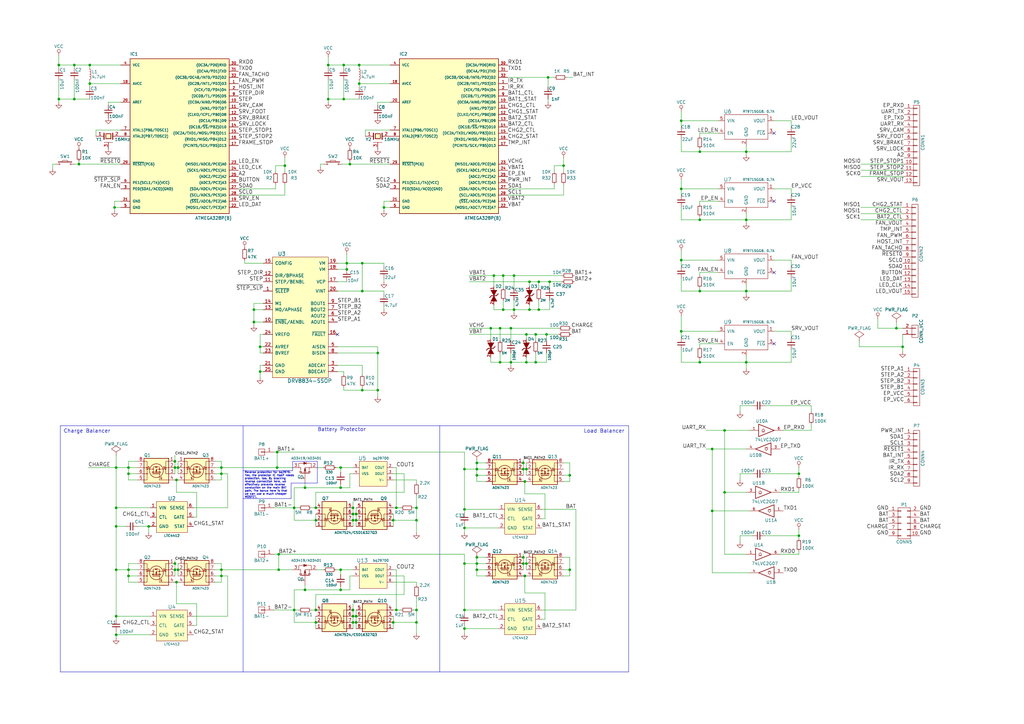
<source format=kicad_sch>
(kicad_sch (version 20230121) (generator eeschema)
  (paper "A3")
  (junction (at 32.385 67.31))
  (junction (at 279.4 49.53))
  (junction (at 113.665 185.42))
  (junction (at 46.99 85.09))
  (junction (at 161.29 255.27))
  (junction (at 195.58 189.865))
  (junction (at 279.4 77.47))
  (junction (at 125.095 241.935))
  (junction (at 195.58 194.945))
  (junction (at 215.265 236.22))
  (junction (at 154.94 144.78))
  (junction (at 129.54 213.36))
  (junction (at 292.1 184.15))
  (junction (at 205.105 134.62))
  (junction (at 170.815 255.27))
  (junction (at 113.665 191.77))
  (junction (at 195.58 233.68))
  (junction (at 146.05 252.73))
  (junction (at 220.98 127))
  (junction (at 287.02 148.59))
  (junction (at 47.625 233.68))
  (junction (at 214.63 189.865))
  (junction (at 120.65 208.28))
  (junction (at 139.7 233.68))
  (junction (at 144.78 210.82))
  (junction (at 306.07 62.23))
  (junction (at 215.9 137.16))
  (junction (at 146.05 213.36))
  (junction (at 139.7 241.935))
  (junction (at 279.4 106.68))
  (junction (at 210.82 113.03))
  (junction (at 90.805 191.77))
  (junction (at 47.625 252.73))
  (junction (at 202.565 113.03))
  (junction (at 52.705 233.68))
  (junction (at 287.02 90.17))
  (junction (at 142.24 110.49))
  (junction (at 148.59 119.38))
  (junction (at 73.025 233.68))
  (junction (at 147.32 34.29))
  (junction (at 195.58 228.6))
  (junction (at 209.55 148.59))
  (junction (at 104.14 132.08))
  (junction (at 90.805 233.68))
  (junction (at 144.78 208.28))
  (junction (at 220.98 115.57))
  (junction (at 219.71 148.59))
  (junction (at 279.4 135.89))
  (junction (at 142.24 107.95))
  (junction (at 162.56 208.28))
  (junction (at 106.68 152.4))
  (junction (at 306.07 90.17))
  (junction (at 120.65 250.19))
  (junction (at 215.9 192.405))
  (junction (at 201.295 134.62))
  (junction (at 209.55 134.62))
  (junction (at 210.82 127))
  (junction (at 287.02 62.23))
  (junction (at 71.755 233.68))
  (junction (at 47.625 208.28))
  (junction (at 224.79 31.75))
  (junction (at 297.18 201.93))
  (junction (at 190.5 231.14))
  (junction (at 144.78 252.73))
  (junction (at 224.155 137.16))
  (junction (at 225.425 115.57))
  (junction (at 36.83 34.29))
  (junction (at 144.78 213.36))
  (junction (at 30.48 40.64))
  (junction (at 71.755 191.77))
  (junction (at 297.18 176.53))
  (junction (at 190.5 216.535))
  (junction (at 129.54 255.27))
  (junction (at 143.51 67.31))
  (junction (at 306.07 148.59))
  (junction (at 139.7 200.025))
  (junction (at 370.205 142.24))
  (junction (at 215.9 148.59))
  (junction (at 217.17 115.57))
  (junction (at 205.105 148.59))
  (junction (at 147.32 26.67))
  (junction (at 146.05 210.82))
  (junction (at 170.815 208.28))
  (junction (at 214.63 228.6))
  (junction (at 157.48 85.09))
  (junction (at 30.48 26.67))
  (junction (at 90.805 194.31))
  (junction (at 60.96 215.9))
  (junction (at 219.71 137.16))
  (junction (at 190.5 208.915))
  (junction (at 215.9 231.14))
  (junction (at 148.59 160.02))
  (junction (at 129.54 250.19))
  (junction (at 214.63 192.405))
  (junction (at 47.625 191.77))
  (junction (at 170.815 250.19))
  (junction (at 114.3 233.68))
  (junction (at 327.66 219.71))
  (junction (at 206.375 127))
  (junction (at 148.59 107.95))
  (junction (at 52.705 191.77))
  (junction (at 116.84 67.945))
  (junction (at 114.3 227.33))
  (junction (at 214.63 231.14))
  (junction (at 190.5 250.19))
  (junction (at 215.265 197.485))
  (junction (at 73.025 191.77))
  (junction (at 24.13 26.67))
  (junction (at 306.07 119.38))
  (junction (at 52.705 236.22))
  (junction (at 287.02 119.38))
  (junction (at 231.14 67.945))
  (junction (at 154.94 160.02))
  (junction (at 327.66 194.31))
  (junction (at 134.62 40.64))
  (junction (at 104.14 127))
  (junction (at 47.625 260.35))
  (junction (at 106.68 142.24))
  (junction (at 292.1 209.55))
  (junction (at 144.78 255.27))
  (junction (at 47.625 215.9))
  (junction (at 52.705 194.31))
  (junction (at 134.62 26.67))
  (junction (at 233.68 233.68))
  (junction (at 140.97 40.64))
  (junction (at 195.58 192.405))
  (junction (at 24.13 40.64))
  (junction (at 90.805 236.22))
  (junction (at 367.665 134.62))
  (junction (at 139.7 191.77))
  (junction (at 206.375 113.03))
  (junction (at 71.755 231.14))
  (junction (at 233.68 194.945))
  (junction (at 190.5 257.81))
  (junction (at 144.78 250.19))
  (junction (at 72.39 238.76))
  (junction (at 217.17 127))
  (junction (at 71.755 189.23))
  (junction (at 195.58 231.14))
  (junction (at 72.39 196.85))
  (junction (at 129.54 208.28))
  (junction (at 190.5 192.405))
  (junction (at 162.56 250.19))
  (junction (at 36.83 26.67))
  (junction (at 170.815 213.36))
  (junction (at 125.095 200.025))
  (junction (at 146.05 255.27))
  (junction (at 161.29 213.36))
  (junction (at 140.97 26.67))
  (no_connect (at 317.5 82.55))
  (no_connect (at 317.5 111.76))
  (no_connect (at 317.5 54.61))
  (no_connect (at 138.43 137.16))
  (no_connect (at 317.5 140.97))
  (wire (pts (xy 190.5 257.81) (xy 190.5 259.715)))
  (wire (pts (xy 134.62 23.495) (xy 134.62 26.67)))
  (wire (pts (xy 306.07 90.17) (xy 306.07 91.44)))
  (wire (pts (xy 190.5 231.14) (xy 195.58 231.14)))
  (wire (pts (xy 46.99 85.09) (xy 49.53 85.09)))
  (wire (pts (xy 279.4 62.23) (xy 287.02 62.23)))
  (wire (pts (xy 303.53 219.71) (xy 308.61 219.71)))
  (wire (pts (xy 24.13 26.67) (xy 30.48 26.67)))
  (wire (pts (xy 162.56 191.77) (xy 161.29 191.77)))
  (wire (pts (xy 201.295 148.59) (xy 201.295 146.685)))
  (wire (pts (xy 317.5 135.89) (xy 324.485 135.89)))
  (wire (pts (xy 236.22 250.19) (xy 222.25 250.19)))
  (wire (pts (xy 205.105 134.62) (xy 209.55 134.62)))
  (wire (pts (xy 202.565 117.475) (xy 202.565 113.03)))
  (wire (pts (xy 292.1 209.55) (xy 292.1 234.95)))
  (wire (pts (xy 233.68 233.68) (xy 231.14 233.68)))
  (wire (pts (xy 317.5 106.68) (xy 324.485 106.68)))
  (wire (pts (xy 52.705 191.77) (xy 52.705 194.31)))
  (wire (pts (xy 90.805 233.68) (xy 114.3 233.68)))
  (wire (pts (xy 215.9 146.685) (xy 215.9 148.59)))
  (wire (pts (xy 137.795 233.68) (xy 139.7 233.68)))
  (wire (pts (xy 279.4 49.53) (xy 279.4 52.07)))
  (polyline (pts (xy 257.81 275.59) (xy 24.765 275.59)))
  (wire (pts (xy 71.755 231.14) (xy 71.755 233.68)))
  (wire (pts (xy 90.805 233.68) (xy 90.805 236.22)))
  (wire (pts (xy 327.66 217.17) (xy 327.66 219.71)))
  (wire (pts (xy 112.395 185.42) (xy 113.665 185.42)))
  (wire (pts (xy 324.485 90.17) (xy 324.485 85.09)))
  (wire (pts (xy 201.295 139.065) (xy 201.295 134.62)))
  (wire (pts (xy 120.65 255.27) (xy 129.54 255.27)))
  (wire (pts (xy 233.68 236.22) (xy 231.14 236.22)))
  (polyline (pts (xy 257.81 174.625) (xy 257.81 275.59)))
  (wire (pts (xy 140.97 33.02) (xy 140.97 40.64)))
  (wire (pts (xy 170.815 196.85) (xy 170.815 198.12)))
  (wire (pts (xy 157.48 85.09) (xy 160.02 85.09)))
  (wire (pts (xy 170.815 213.36) (xy 161.29 213.36)))
  (wire (pts (xy 113.665 185.42) (xy 113.665 191.77)))
  (wire (pts (xy 195.58 233.68) (xy 199.39 233.68)))
  (wire (pts (xy 279.4 73.66) (xy 279.4 77.47)))
  (wire (pts (xy 279.4 45.72) (xy 279.4 49.53)))
  (wire (pts (xy 142.24 107.95) (xy 142.24 110.49)))
  (wire (pts (xy 217.17 115.57) (xy 220.98 115.57)))
  (wire (pts (xy 147.32 26.67) (xy 160.02 26.67)))
  (wire (pts (xy 51.435 215.9) (xy 47.625 215.9)))
  (wire (pts (xy 139.7 191.77) (xy 144.78 191.77)))
  (wire (pts (xy 134.62 33.02) (xy 134.62 40.64)))
  (wire (pts (xy 294.64 140.97) (xy 287.02 140.97)))
  (wire (pts (xy 24.13 33.02) (xy 24.13 40.64)))
  (wire (pts (xy 120.65 208.28) (xy 122.555 208.28)))
  (wire (pts (xy 134.62 40.64) (xy 134.62 41.91)))
  (wire (pts (xy 90.805 189.23) (xy 90.805 191.77)))
  (wire (pts (xy 161.29 208.28) (xy 162.56 208.28)))
  (wire (pts (xy 303.53 196.85) (xy 303.53 194.31)))
  (wire (pts (xy 100.33 106.68) (xy 100.33 107.95)))
  (wire (pts (xy 139.7 233.68) (xy 144.78 233.68)))
  (wire (pts (xy 30.48 40.64) (xy 36.83 40.64)))
  (polyline (pts (xy 24.765 275.59) (xy 24.765 174.625)))
  (wire (pts (xy 224.79 31.75) (xy 227.33 31.75)))
  (wire (pts (xy 210.82 127) (xy 210.82 128.27)))
  (wire (pts (xy 170.815 245.11) (xy 170.815 250.19)))
  (wire (pts (xy 72.39 247.65) (xy 72.39 238.76)))
  (wire (pts (xy 36.83 34.29) (xy 36.83 35.56)))
  (wire (pts (xy 162.56 233.68) (xy 161.29 233.68)))
  (wire (pts (xy 72.39 238.76) (xy 73.025 238.76)))
  (wire (pts (xy 52.705 231.14) (xy 52.705 233.68)))
  (wire (pts (xy 210.82 127) (xy 217.17 127)))
  (wire (pts (xy 190.5 257.81) (xy 204.47 257.81)))
  (wire (pts (xy 144.78 250.19) (xy 144.78 252.73)))
  (wire (pts (xy 88.265 231.14) (xy 90.805 231.14)))
  (wire (pts (xy 104.14 132.08) (xy 107.95 132.08)))
  (wire (pts (xy 24.13 40.64) (xy 24.13 41.91)))
  (wire (pts (xy 306.07 146.05) (xy 306.07 148.59)))
  (wire (pts (xy 139.7 241.935) (xy 125.095 241.935)))
  (wire (pts (xy 190.5 216.535) (xy 190.5 218.44)))
  (wire (pts (xy 306.07 87.63) (xy 306.07 90.17)))
  (wire (pts (xy 190.5 208.915) (xy 190.5 210.185)))
  (wire (pts (xy 139.7 241.935) (xy 139.7 240.665)))
  (wire (pts (xy 47.625 252.73) (xy 47.625 254)))
  (wire (pts (xy 143.51 67.31) (xy 160.02 67.31)))
  (wire (pts (xy 190.5 192.405) (xy 190.5 208.915)))
  (wire (pts (xy 165.735 201.93) (xy 129.54 201.93)))
  (wire (pts (xy 170.815 208.28) (xy 169.545 208.28)))
  (wire (pts (xy 279.4 135.89) (xy 279.4 138.43)))
  (wire (pts (xy 279.4 106.68) (xy 279.4 109.22)))
  (wire (pts (xy 292.1 234.95) (xy 307.34 234.95)))
  (wire (pts (xy 144.78 236.22) (xy 143.51 236.22)))
  (wire (pts (xy 353.06 87.63) (xy 370.205 87.63)))
  (wire (pts (xy 217.17 127) (xy 220.98 127)))
  (wire (pts (xy 56.515 231.14) (xy 52.705 231.14)))
  (wire (pts (xy 88.265 236.22) (xy 90.805 236.22)))
  (wire (pts (xy 138.43 149.86) (xy 148.59 149.86)))
  (wire (pts (xy 60.96 218.44) (xy 60.96 215.9)))
  (wire (pts (xy 142.24 104.14) (xy 142.24 107.95)))
  (wire (pts (xy 324.485 49.53) (xy 324.485 52.07)))
  (wire (pts (xy 47.625 208.28) (xy 61.595 208.28)))
  (wire (pts (xy 36.83 33.02) (xy 36.83 34.29)))
  (wire (pts (xy 287.02 82.55) (xy 287.02 83.82)))
  (wire (pts (xy 52.705 194.31) (xy 56.515 194.31)))
  (wire (pts (xy 214.63 228.6) (xy 214.63 231.14)))
  (wire (pts (xy 120.65 208.28) (xy 120.65 213.36)))
  (wire (pts (xy 125.095 240.03) (xy 125.095 241.935)))
  (wire (pts (xy 227.33 77.47) (xy 208.28 77.47)))
  (wire (pts (xy 24.13 26.67) (xy 24.13 27.94)))
  (wire (pts (xy 142.24 107.95) (xy 148.59 107.95)))
  (wire (pts (xy 313.69 166.37) (xy 332.74 166.37)))
  (wire (pts (xy 289.56 184.15) (xy 292.1 184.15)))
  (wire (pts (xy 279.4 106.68) (xy 294.64 106.68)))
  (wire (pts (xy 297.18 176.53) (xy 307.34 176.53)))
  (wire (pts (xy 47.625 215.9) (xy 47.625 233.68)))
  (wire (pts (xy 165.735 194.31) (xy 165.735 201.93)))
  (wire (pts (xy 71.755 238.76) (xy 72.39 238.76)))
  (wire (pts (xy 353.06 85.09) (xy 370.205 85.09)))
  (wire (pts (xy 120.65 241.935) (xy 120.65 250.19)))
  (wire (pts (xy 149.86 53.34) (xy 160.02 53.34)))
  (wire (pts (xy 233.68 194.945) (xy 231.14 194.945)))
  (wire (pts (xy 157.48 114.3) (xy 157.48 115.57)))
  (wire (pts (xy 210.82 113.03) (xy 210.82 118.11)))
  (wire (pts (xy 215.9 189.865) (xy 215.9 192.405)))
  (wire (pts (xy 292.1 184.15) (xy 292.1 209.55)))
  (wire (pts (xy 215.265 202.565) (xy 215.265 197.485)))
  (wire (pts (xy 287.02 119.38) (xy 287.02 118.11)))
  (wire (pts (xy 24.13 22.86) (xy 24.13 26.67)))
  (wire (pts (xy 303.53 222.25) (xy 303.53 219.71)))
  (wire (pts (xy 47.625 259.08) (xy 47.625 260.35)))
  (wire (pts (xy 360.045 134.62) (xy 367.665 134.62)))
  (wire (pts (xy 22.86 67.31) (xy 21.59 67.31)))
  (wire (pts (xy 73.025 231.14) (xy 73.025 233.68)))
  (wire (pts (xy 146.05 210.82) (xy 146.05 213.36)))
  (wire (pts (xy 190.5 185.42) (xy 190.5 192.405)))
  (wire (pts (xy 147.32 34.29) (xy 160.02 34.29)))
  (wire (pts (xy 170.815 250.19) (xy 170.815 255.27)))
  (wire (pts (xy 219.71 148.59) (xy 224.155 148.59)))
  (wire (pts (xy 224.155 148.59) (xy 224.155 144.78)))
  (wire (pts (xy 138.43 115.57) (xy 142.24 115.57)))
  (wire (pts (xy 215.265 197.485) (xy 215.9 197.485)))
  (polyline (pts (xy 24.765 174.625) (xy 257.81 174.625)))
  (wire (pts (xy 143.51 66.04) (xy 143.51 67.31)))
  (wire (pts (xy 131.445 67.31) (xy 131.445 68.58)))
  (wire (pts (xy 279.4 77.47) (xy 294.64 77.47)))
  (wire (pts (xy 148.59 160.02) (xy 154.94 160.02)))
  (wire (pts (xy 162.56 233.68) (xy 162.56 250.19)))
  (wire (pts (xy 279.4 49.53) (xy 294.64 49.53)))
  (wire (pts (xy 202.565 127) (xy 206.375 127)))
  (wire (pts (xy 214.63 189.865) (xy 214.63 192.405)))
  (wire (pts (xy 214.63 192.405) (xy 215.9 192.405)))
  (wire (pts (xy 227.33 67.945) (xy 231.14 67.945)))
  (wire (pts (xy 195.58 192.405) (xy 195.58 194.945)))
  (wire (pts (xy 146.05 252.73) (xy 146.05 255.27)))
  (wire (pts (xy 195.58 231.14) (xy 199.39 231.14)))
  (wire (pts (xy 225.425 115.57) (xy 230.505 115.57)))
  (wire (pts (xy 287.02 62.23) (xy 306.07 62.23)))
  (wire (pts (xy 287.02 111.76) (xy 287.02 113.03)))
  (wire (pts (xy 52.705 233.68) (xy 56.515 233.68)))
  (wire (pts (xy 125.095 200.025) (xy 120.65 200.025)))
  (wire (pts (xy 209.55 144.78) (xy 209.55 148.59)))
  (wire (pts (xy 209.55 148.59) (xy 209.55 149.86)))
  (wire (pts (xy 112.395 208.28) (xy 120.65 208.28)))
  (wire (pts (xy 294.64 111.76) (xy 287.02 111.76)))
  (wire (pts (xy 231.14 228.6) (xy 233.68 228.6)))
  (wire (pts (xy 215.265 243.205) (xy 215.265 236.22)))
  (wire (pts (xy 30.48 33.02) (xy 30.48 40.64)))
  (wire (pts (xy 113.665 191.77) (xy 120.015 191.77)))
  (wire (pts (xy 157.48 125.73) (xy 157.48 127)))
  (wire (pts (xy 39.37 53.34) (xy 49.53 53.34)))
  (wire (pts (xy 236.22 208.915) (xy 222.25 208.915)))
  (wire (pts (xy 210.82 113.03) (xy 230.505 113.03)))
  (wire (pts (xy 90.805 194.31) (xy 93.345 194.31)))
  (wire (pts (xy 36.83 34.29) (xy 49.53 34.29)))
  (wire (pts (xy 195.58 194.945) (xy 199.39 194.945)))
  (wire (pts (xy 30.48 67.31) (xy 32.385 67.31)))
  (wire (pts (xy 214.63 231.14) (xy 215.9 231.14)))
  (wire (pts (xy 138.43 142.24) (xy 154.94 142.24)))
  (wire (pts (xy 140.97 26.67) (xy 147.32 26.67)))
  (wire (pts (xy 227.33 75.565) (xy 227.33 77.47)))
  (wire (pts (xy 125.095 241.935) (xy 120.65 241.935)))
  (wire (pts (xy 279.4 77.47) (xy 279.4 80.01)))
  (wire (pts (xy 195.58 192.405) (xy 199.39 192.405)))
  (wire (pts (xy 279.4 135.89) (xy 294.64 135.89)))
  (wire (pts (xy 30.48 27.94) (xy 30.48 26.67)))
  (wire (pts (xy 215.9 228.6) (xy 215.9 231.14)))
  (wire (pts (xy 324.485 77.47) (xy 324.485 80.01)))
  (wire (pts (xy 206.375 118.11) (xy 206.375 113.03)))
  (wire (pts (xy 192.405 137.16) (xy 215.9 137.16)))
  (wire (pts (xy 47.625 233.68) (xy 47.625 252.73)))
  (wire (pts (xy 130.175 191.77) (xy 132.715 191.77)))
  (wire (pts (xy 297.18 227.33) (xy 306.07 227.33)))
  (wire (pts (xy 306.07 119.38) (xy 324.485 119.38)))
  (wire (pts (xy 217.17 117.475) (xy 217.17 115.57)))
  (wire (pts (xy 306.07 62.23) (xy 306.07 63.5)))
  (wire (pts (xy 287.02 140.97) (xy 287.02 142.24)))
  (wire (pts (xy 231.14 67.945) (xy 231.14 70.485)))
  (wire (pts (xy 138.43 152.4) (xy 140.97 152.4)))
  (wire (pts (xy 71.755 186.69) (xy 71.755 189.23)))
  (wire (pts (xy 161.29 238.76) (xy 170.815 238.76)))
  (wire (pts (xy 93.345 194.31) (xy 93.345 208.28)))
  (wire (pts (xy 227.33 67.945) (xy 227.33 70.485)))
  (wire (pts (xy 47.625 233.68) (xy 52.705 233.68)))
  (wire (pts (xy 88.265 194.31) (xy 90.805 194.31)))
  (wire (pts (xy 214.63 192.405) (xy 214.63 194.945)))
  (wire (pts (xy 195.58 228.6) (xy 195.58 231.14)))
  (wire (pts (xy 61.595 252.73) (xy 47.625 252.73)))
  (wire (pts (xy 195.58 197.485) (xy 199.39 197.485)))
  (wire (pts (xy 236.22 208.915) (xy 236.22 250.19)))
  (wire (pts (xy 220.98 115.57) (xy 225.425 115.57)))
  (polyline (pts (xy 119.38 204.47) (xy 119.38 198.12)))
  (wire (pts (xy 107.95 124.46) (xy 104.14 124.46)))
  (wire (pts (xy 138.43 107.95) (xy 142.24 107.95)))
  (wire (pts (xy 140.97 158.75) (xy 140.97 160.02)))
  (wire (pts (xy 113.03 75.565) (xy 113.03 77.47)))
  (wire (pts (xy 52.705 196.85) (xy 56.515 196.85)))
  (wire (pts (xy 161.29 252.73) (xy 161.29 255.27)))
  (wire (pts (xy 279.4 102.87) (xy 279.4 106.68)))
  (wire (pts (xy 52.705 236.22) (xy 52.705 238.76)))
  (wire (pts (xy 360.045 130.81) (xy 360.045 134.62)))
  (wire (pts (xy 130.175 233.68) (xy 132.715 233.68)))
  (wire (pts (xy 154.94 144.78) (xy 138.43 144.78)))
  (wire (pts (xy 134.62 40.64) (xy 140.97 40.64)))
  (wire (pts (xy 162.56 250.19) (xy 164.465 250.19)))
  (wire (pts (xy 113.03 77.47) (xy 97.79 77.47)))
  (wire (pts (xy 146.05 208.28) (xy 146.05 210.82)))
  (polyline (pts (xy 130.175 198.12) (xy 130.175 189.23)))
  (wire (pts (xy 107.95 142.24) (xy 106.68 142.24)))
  (wire (pts (xy 220.98 127) (xy 225.425 127)))
  (wire (pts (xy 287.02 148.59) (xy 306.07 148.59)))
  (wire (pts (xy 144.78 213.36) (xy 146.05 213.36)))
  (wire (pts (xy 139.7 200.025) (xy 125.095 200.025)))
  (wire (pts (xy 113.03 67.945) (xy 113.03 70.485)))
  (wire (pts (xy 190.5 256.54) (xy 190.5 257.81)))
  (wire (pts (xy 127.635 208.28) (xy 129.54 208.28)))
  (wire (pts (xy 192.405 115.57) (xy 217.17 115.57)))
  (wire (pts (xy 233.68 194.945) (xy 233.68 197.485)))
  (wire (pts (xy 144.78 247.65) (xy 144.78 250.19)))
  (wire (pts (xy 161.29 194.31) (xy 165.735 194.31)))
  (wire (pts (xy 219.71 137.16) (xy 224.155 137.16)))
  (wire (pts (xy 161.29 255.27) (xy 161.29 257.81)))
  (wire (pts (xy 297.18 201.93) (xy 297.18 227.33)))
  (wire (pts (xy 147.32 34.29) (xy 147.32 35.56)))
  (wire (pts (xy 215.9 148.59) (xy 219.71 148.59)))
  (wire (pts (xy 30.48 26.67) (xy 36.83 26.67)))
  (wire (pts (xy 52.705 236.22) (xy 56.515 236.22)))
  (wire (pts (xy 327.66 200.66) (xy 327.66 201.93)))
  (wire (pts (xy 297.18 176.53) (xy 297.18 201.93)))
  (wire (pts (xy 192.405 113.03) (xy 202.565 113.03)))
  (wire (pts (xy 157.48 85.09) (xy 157.48 86.36)))
  (wire (pts (xy 143.51 236.22) (xy 143.51 241.935)))
  (wire (pts (xy 190.5 250.19) (xy 190.5 251.46)))
  (wire (pts (xy 327.66 226.06) (xy 327.66 227.33)))
  (wire (pts (xy 52.705 189.23) (xy 52.705 191.77)))
  (wire (pts (xy 209.55 134.62) (xy 229.235 134.62)))
  (wire (pts (xy 39.37 55.88) (xy 39.37 53.34)))
  (wire (pts (xy 148.59 107.95) (xy 157.48 107.95)))
  (wire (pts (xy 112.395 250.19) (xy 120.65 250.19)))
  (wire (pts (xy 129.54 252.73) (xy 129.54 255.27)))
  (wire (pts (xy 303.53 166.37) (xy 308.61 166.37)))
  (wire (pts (xy 46.99 85.09) (xy 46.99 86.36)))
  (wire (pts (xy 220.98 118.11) (xy 220.98 115.57)))
  (wire (pts (xy 324.485 119.38) (xy 324.485 114.3)))
  (wire (pts (xy 353.06 90.17) (xy 370.205 90.17)))
  (wire (pts (xy 132.715 67.31) (xy 131.445 67.31)))
  (wire (pts (xy 289.56 176.53) (xy 297.18 176.53)))
  (wire (pts (xy 106.68 152.4) (xy 107.95 152.4)))
  (wire (pts (xy 294.64 82.55) (xy 287.02 82.55)))
  (wire (pts (xy 47.625 260.35) (xy 47.625 261.62)))
  (wire (pts (xy 223.52 254) (xy 222.25 254)))
  (wire (pts (xy 202.565 113.03) (xy 206.375 113.03)))
  (wire (pts (xy 327.66 227.33) (xy 320.04 227.33)))
  (wire (pts (xy 90.805 196.85) (xy 88.265 196.85)))
  (wire (pts (xy 36.195 191.77) (xy 47.625 191.77)))
  (wire (pts (xy 120.65 213.36) (xy 129.54 213.36)))
  (wire (pts (xy 104.14 132.08) (xy 104.14 133.35)))
  (wire (pts (xy 165.735 236.22) (xy 165.735 243.84)))
  (wire (pts (xy 170.815 250.19) (xy 169.545 250.19)))
  (wire (pts (xy 149.86 55.88) (xy 149.86 53.34)))
  (wire (pts (xy 143.51 200.025) (xy 139.7 200.025)))
  (wire (pts (xy 44.45 41.91) (xy 44.45 43.18)))
  (wire (pts (xy 134.62 26.67) (xy 140.97 26.67)))
  (wire (pts (xy 140.97 40.64) (xy 147.32 40.64)))
  (wire (pts (xy 80.645 212.09) (xy 79.375 212.09)))
  (wire (pts (xy 71.755 229.87) (xy 71.755 231.14)))
  (wire (pts (xy 148.59 107.95) (xy 148.59 119.38)))
  (wire (pts (xy 154.94 144.78) (xy 154.94 160.02)))
  (wire (pts (xy 144.78 210.82) (xy 144.78 213.36)))
  (wire (pts (xy 52.705 191.77) (xy 56.515 191.77)))
  (wire (pts (xy 215.9 139.065) (xy 215.9 137.16)))
  (wire (pts (xy 90.805 238.76) (xy 88.265 238.76)))
  (wire (pts (xy 72.39 201.93) (xy 72.39 196.85)))
  (wire (pts (xy 224.79 35.56) (xy 224.79 31.75)))
  (wire (pts (xy 233.68 233.68) (xy 233.68 236.22)))
  (wire (pts (xy 162.56 208.28) (xy 164.465 208.28)))
  (wire (pts (xy 90.805 194.31) (xy 90.805 196.85)))
  (wire (pts (xy 90.805 231.14) (xy 90.805 233.68)))
  (polyline (pts (xy 130.175 189.23) (xy 120.015 189.23)))
  (wire (pts (xy 170.815 238.76) (xy 170.815 240.03)))
  (wire (pts (xy 106.68 137.16) (xy 106.68 142.24)))
  (wire (pts (xy 104.14 124.46) (xy 104.14 127)))
  (wire (pts (xy 125.095 198.12) (xy 125.095 200.025)))
  (wire (pts (xy 144.78 194.31) (xy 143.51 194.31)))
  (wire (pts (xy 219.71 144.78) (xy 219.71 148.59)))
  (wire (pts (xy 279.4 90.17) (xy 287.02 90.17)))
  (wire (pts (xy 215.9 231.14) (xy 215.9 233.68)))
  (wire (pts (xy 32.385 67.31) (xy 32.385 66.04)))
  (wire (pts (xy 107.95 137.16) (xy 106.68 137.16)))
  (wire (pts (xy 49.53 82.55) (xy 46.99 82.55)))
  (wire (pts (xy 140.97 27.94) (xy 140.97 26.67)))
  (wire (pts (xy 144.78 252.73) (xy 146.05 252.73)))
  (wire (pts (xy 93.345 208.28) (xy 79.375 208.28)))
  (wire (pts (xy 120.65 200.025) (xy 120.65 208.28)))
  (wire (pts (xy 306.07 148.59) (xy 324.485 148.59)))
  (wire (pts (xy 161.29 250.19) (xy 162.56 250.19)))
  (wire (pts (xy 202.565 127) (xy 202.565 125.095)))
  (wire (pts (xy 287.02 62.23) (xy 287.02 60.96)))
  (wire (pts (xy 47.625 191.77) (xy 47.625 208.28)))
  (wire (pts (xy 217.17 125.095) (xy 217.17 127)))
  (wire (pts (xy 100.33 107.95) (xy 107.95 107.95)))
  (wire (pts (xy 116.84 67.945) (xy 116.84 70.485)))
  (wire (pts (xy 112.395 227.33) (xy 114.3 227.33)))
  (wire (pts (xy 127.635 250.19) (xy 129.54 250.19)))
  (wire (pts (xy 195.58 227.965) (xy 195.58 228.6)))
  (wire (pts (xy 209.55 134.62) (xy 209.55 139.7)))
  (wire (pts (xy 223.52 212.725) (xy 222.25 212.725)))
  (wire (pts (xy 287.02 54.61) (xy 287.02 55.88)))
  (wire (pts (xy 287.02 90.17) (xy 306.07 90.17)))
  (wire (pts (xy 205.105 148.59) (xy 209.55 148.59)))
  (wire (pts (xy 306.07 90.17) (xy 324.485 90.17)))
  (wire (pts (xy 233.68 189.865) (xy 233.68 194.945)))
  (wire (pts (xy 160.02 41.91) (xy 154.94 41.91)))
  (wire (pts (xy 195.58 231.14) (xy 195.58 233.68)))
  (wire (pts (xy 73.025 191.77) (xy 73.025 194.31)))
  (wire (pts (xy 71.755 196.85) (xy 72.39 196.85)))
  (polyline (pts (xy 180.34 275.59) (xy 180.34 174.625)))
  (wire (pts (xy 107.95 149.86) (xy 106.68 149.86)))
  (wire (pts (xy 292.1 184.15) (xy 306.07 184.15)))
  (wire (pts (xy 114.3 233.68) (xy 120.015 233.68)))
  (wire (pts (xy 223.52 202.565) (xy 223.52 212.725)))
  (wire (pts (xy 47.625 191.77) (xy 52.705 191.77)))
  (wire (pts (xy 214.63 236.22) (xy 215.265 236.22)))
  (wire (pts (xy 56.515 189.23) (xy 52.705 189.23)))
  (wire (pts (xy 71.755 233.68) (xy 71.755 236.22)))
  (wire (pts (xy 223.52 243.205) (xy 223.52 254)))
  (wire (pts (xy 73.025 233.68) (xy 73.025 236.22)))
  (wire (pts (xy 106.68 152.4) (xy 106.68 154.94)))
  (wire (pts (xy 332.74 176.53) (xy 332.74 173.99)))
  (wire (pts (xy 146.05 255.27) (xy 146.05 257.81)))
  (wire (pts (xy 352.425 142.24) (xy 370.205 142.24)))
  (wire (pts (xy 279.4 62.23) (xy 279.4 57.15)))
  (wire (pts (xy 223.52 243.205) (xy 215.265 243.205)))
  (wire (pts (xy 71.755 191.77) (xy 73.025 191.77)))
  (wire (pts (xy 208.28 31.75) (xy 224.79 31.75)))
  (wire (pts (xy 71.755 191.77) (xy 71.755 194.31)))
  (wire (pts (xy 32.385 67.31) (xy 49.53 67.31)))
  (wire (pts (xy 195.58 233.68) (xy 195.58 236.22)))
  (polyline (pts (xy 119.38 198.12) (xy 130.175 198.12)))
  (wire (pts (xy 47.625 208.28) (xy 47.625 215.9)))
  (wire (pts (xy 353.06 67.31) (xy 370.84 67.31)))
  (polyline (pts (xy 99.695 204.47) (xy 119.38 204.47)))
  (wire (pts (xy 332.74 166.37) (xy 332.74 168.91)))
  (wire (pts (xy 146.05 250.19) (xy 146.05 252.73)))
  (wire (pts (xy 104.14 127) (xy 104.14 132.08)))
  (wire (pts (xy 170.815 208.28) (xy 170.815 213.36)))
  (wire (pts (xy 190.5 215.265) (xy 190.5 216.535)))
  (wire (pts (xy 170.815 213.36) (xy 170.815 218.44)))
  (wire (pts (xy 306.07 116.84) (xy 306.07 119.38)))
  (wire (pts (xy 144.78 255.27) (xy 144.78 257.81)))
  (wire (pts (xy 195.58 236.22) (xy 199.39 236.22)))
  (wire (pts (xy 231.14 64.77) (xy 231.14 67.945)))
  (wire (pts (xy 93.345 252.73) (xy 79.375 252.73)))
  (wire (pts (xy 129.54 210.82) (xy 129.54 213.36)))
  (wire (pts (xy 52.705 233.68) (xy 52.705 236.22)))
  (wire (pts (xy 80.645 247.65) (xy 72.39 247.65)))
  (wire (pts (xy 225.425 127) (xy 225.425 123.19)))
  (wire (pts (xy 143.51 194.31) (xy 143.51 200.025)))
  (wire (pts (xy 80.645 201.93) (xy 80.645 212.09)))
  (wire (pts (xy 52.705 238.76) (xy 56.515 238.76)))
  (wire (pts (xy 327.66 194.31) (xy 327.66 195.58)))
  (wire (pts (xy 24.13 40.64) (xy 30.48 40.64)))
  (wire (pts (xy 90.805 236.22) (xy 90.805 238.76)))
  (wire (pts (xy 214.63 231.14) (xy 214.63 233.68)))
  (wire (pts (xy 148.59 119.38) (xy 157.48 119.38)))
  (wire (pts (xy 106.68 142.24) (xy 106.68 144.78)))
  (wire (pts (xy 88.265 191.77) (xy 90.805 191.77)))
  (wire (pts (xy 190.5 216.535) (xy 204.47 216.535)))
  (wire (pts (xy 148.59 158.75) (xy 148.59 160.02)))
  (wire (pts (xy 144.78 252.73) (xy 144.78 255.27)))
  (wire (pts (xy 287.02 148.59) (xy 287.02 147.32)))
  (wire (pts (xy 47.625 186.69) (xy 47.625 191.77)))
  (wire (pts (xy 144.78 210.82) (xy 146.05 210.82)))
  (wire (pts (xy 231.14 80.01) (xy 208.28 80.01)))
  (wire (pts (xy 327.66 219.71) (xy 327.66 220.98)))
  (wire (pts (xy 324.485 135.89) (xy 324.485 138.43)))
  (wire (pts (xy 161.29 236.22) (xy 165.735 236.22)))
  (wire (pts (xy 306.07 119.38) (xy 306.07 120.65)))
  (wire (pts (xy 90.805 191.77) (xy 113.665 191.77)))
  (wire (pts (xy 190.5 227.33) (xy 190.5 231.14)))
  (wire (pts (xy 367.665 134.62) (xy 370.205 134.62)))
  (wire (pts (xy 80.645 256.54) (xy 79.375 256.54)))
  (wire (pts (xy 370.205 142.24) (xy 370.205 144.145)))
  (wire (pts (xy 233.68 228.6) (xy 233.68 233.68)))
  (wire (pts (xy 61.595 260.35) (xy 47.625 260.35)))
  (wire (pts (xy 170.815 255.27) (xy 170.815 259.715)))
  (wire (pts (xy 116.84 80.01) (xy 97.79 80.01)))
  (wire (pts (xy 60.96 215.9) (xy 61.595 215.9)))
  (wire (pts (xy 138.43 119.38) (xy 148.59 119.38)))
  (wire (pts (xy 224.155 137.16) (xy 229.235 137.16)))
  (wire (pts (xy 93.345 236.22) (xy 93.345 252.73)))
  (wire (pts (xy 107.95 127) (xy 104.14 127)))
  (wire (pts (xy 215.265 236.22) (xy 215.9 236.22)))
  (wire (pts (xy 195.58 194.945) (xy 195.58 197.485)))
  (wire (pts (xy 140.97 152.4) (xy 140.97 153.67)))
  (wire (pts (xy 190.5 250.19) (xy 204.47 250.19)))
  (wire (pts (xy 279.4 143.51) (xy 279.4 148.59)))
  (wire (pts (xy 147.32 33.02) (xy 147.32 34.29)))
  (wire (pts (xy 140.97 160.02) (xy 148.59 160.02)))
  (wire (pts (xy 129.54 208.28) (xy 129.54 201.93)))
  (wire (pts (xy 144.78 205.74) (xy 144.78 208.28)))
  (wire (pts (xy 233.68 197.485) (xy 231.14 197.485)))
  (wire (pts (xy 120.65 250.19) (xy 122.555 250.19)))
  (wire (pts (xy 165.735 243.84) (xy 129.54 243.84)))
  (wire (pts (xy 234.95 31.75) (xy 232.41 31.75)))
  (wire (pts (xy 306.07 62.23) (xy 324.485 62.23)))
  (wire (pts (xy 352.425 139.7) (xy 352.425 142.24)))
  (wire (pts (xy 292.1 209.55) (xy 307.34 209.55)))
  (wire (pts (xy 214.63 227.33) (xy 214.63 228.6)))
  (wire (pts (xy 231.14 75.565) (xy 231.14 80.01)))
  (wire (pts (xy 114.3 227.33) (xy 190.5 227.33)))
  (wire (pts (xy 195.58 188.595) (xy 195.58 189.865)))
  (wire (pts (xy 143.51 241.935) (xy 139.7 241.935)))
  (wire (pts (xy 170.815 203.2) (xy 170.815 208.28)))
  (wire (pts (xy 80.645 247.65) (xy 80.645 256.54)))
  (wire (pts (xy 224.155 137.16) (xy 224.155 139.7)))
  (wire (pts (xy 279.4 119.38) (xy 287.02 119.38)))
  (wire (pts (xy 129.54 213.36) (xy 129.54 215.9)))
  (wire (pts (xy 324.485 148.59) (xy 324.485 143.51)))
  (wire (pts (xy 142.24 110.49) (xy 138.43 110.49)))
  (wire (pts (xy 231.14 189.865) (xy 233.68 189.865)))
  (wire (pts (xy 146.05 213.36) (xy 146.05 215.9)))
  (wire (pts (xy 144.78 255.27) (xy 146.05 255.27)))
  (wire (pts (xy 147.32 26.67) (xy 147.32 27.94)))
  (wire (pts (xy 162.56 191.77) (xy 162.56 208.28)))
  (wire (pts (xy 287.02 119.38) (xy 306.07 119.38)))
  (wire (pts (xy 49.53 41.91) (xy 44.45 41.91)))
  (polyline (pts (xy 99.695 275.59) (xy 99.695 174.625)))
  (wire (pts (xy 279.4 129.54) (xy 279.4 135.89)))
  (wire (pts (xy 223.52 202.565) (xy 215.265 202.565)))
  (wire (pts (xy 195.58 189.865) (xy 195.58 192.405)))
  (wire (pts (xy 220.98 123.19) (xy 220.98 127)))
  (wire (pts (xy 327.66 191.77) (xy 327.66 194.31)))
  (wire (pts (xy 157.48 119.38) (xy 157.48 120.65)))
  (wire (pts (xy 201.295 134.62) (xy 205.105 134.62)))
  (wire (pts (xy 36.83 26.67) (xy 36.83 27.94)))
  (wire (pts (xy 161.29 213.36) (xy 161.29 215.9)))
  (wire (pts (xy 129.54 250.19) (xy 129.54 243.84)))
  (wire (pts (xy 120.65 250.19) (xy 120.65 255.27)))
  (wire (pts (xy 370.205 137.16) (xy 370.205 142.24)))
  (wire (pts (xy 206.375 123.19) (xy 206.375 127)))
  (wire (pts (xy 306.07 148.59) (xy 306.07 151.13)))
  (wire (pts (xy 279.4 85.09) (xy 279.4 90.17)))
  (wire (pts (xy 36.83 26.67) (xy 49.53 26.67)))
  (wire (pts (xy 209.55 148.59) (xy 215.9 148.59)))
  (wire (pts (xy 192.405 134.62) (xy 201.295 134.62)))
  (wire (pts (xy 201.295 148.59) (xy 205.105 148.59)))
  (wire (pts (xy 199.39 228.6) (xy 195.58 228.6)))
  (wire (pts (xy 73.025 189.23) (xy 73.025 191.77)))
  (wire (pts (xy 215.9 137.16) (xy 219.71 137.16)))
  (wire (pts (xy 71.755 189.23) (xy 71.755 191.77)))
  (wire (pts (xy 279.4 114.3) (xy 279.4 119.38)))
  (wire (pts (xy 317.5 77.47) (xy 324.485 77.47)))
  (wire (pts (xy 205.105 139.7) (xy 205.105 134.62)))
  (wire (pts (xy 144.78 208.28) (xy 144.78 210.82)))
  (wire (pts (xy 139.7 191.77) (xy 139.7 193.675)))
  (wire (pts (xy 90.805 236.22) (xy 93.345 236.22)))
  (wire (pts (xy 225.425 115.57) (xy 225.425 118.11)))
  (wire (pts (xy 134.62 26.67) (xy 134.62 27.94)))
  (wire (pts (xy 205.105 144.78) (xy 205.105 148.59)))
  (wire (pts (xy 157.48 82.55) (xy 157.48 85.09)))
  (wire (pts (xy 144.78 213.36) (xy 144.78 215.9)))
  (wire (pts (xy 313.69 194.31) (xy 327.66 194.31)))
  (wire (pts (xy 140.335 67.31) (xy 143.51 67.31)))
  (wire (pts (xy 71.755 233.68) (xy 73.025 233.68)))
  (polyline (pts (xy 120.015 193.04) (xy 99.695 193.04)))
  (wire (pts (xy 46.99 82.55) (xy 46.99 85.09)))
  (wire (pts (xy 154.94 41.91) (xy 154.94 43.18)))
  (wire (pts (xy 215.9 192.405) (xy 215.9 194.945)))
  (wire (pts (xy 116.84 64.77) (xy 116.84 67.945)))
  (wire (pts (xy 214.63 197.485) (xy 215.265 197.485)))
  (wire (pts (xy 90.805 191.77) (xy 90.805 194.31)))
  (wire (pts (xy 210.82 123.19) (xy 210.82 127)))
  (wire (pts (xy 129.54 255.27) (xy 129.54 257.81)))
  (wire (pts (xy 190.5 208.915) (xy 204.47 208.915)))
  (wire (pts (xy 324.485 62.23) (xy 324.485 57.15)))
  (wire (pts (xy 114.3 233.68) (xy 114.3 227.33)))
  (wire (pts (xy 287.02 90.17) (xy 287.02 88.9)))
  (wire (pts (xy 313.69 219.71) (xy 327.66 219.71)))
  (wire (pts (xy 190.5 192.405) (xy 195.58 192.405)))
  (wire (pts (xy 206.375 113.03) (xy 210.82 113.03)))
  (wire (pts (xy 199.39 189.865) (xy 195.58 189.865)))
  (wire (pts (xy 353.06 72.39) (xy 370.84 72.39)))
  (wire (pts (xy 353.06 69.85) (xy 370.84 69.85)))
  (wire (pts (xy 116.84 75.565) (xy 116.84 80.01)))
  (wire (pts (xy 206.375 127) (xy 210.82 127)))
  (wire (pts (xy 52.705 194.31) (xy 52.705 196.85)))
  (wire (pts (xy 72.39 196.85) (xy 73.025 196.85)))
  (wire (pts (xy 303.53 168.91) (xy 303.53 166.37)))
  (wire (pts (xy 306.07 59.69) (xy 306.07 62.23)))
  (wire (pts (xy 56.515 215.9) (xy 60.96 215.9)))
  (wire (pts (xy 139.7 200.025) (xy 139.7 198.755)))
  (wire (pts (xy 321.31 176.53) (xy 332.74 176.53)))
  (wire (pts (xy 113.665 185.42) (xy 190.5 185.42)))
  (wire (pts (xy 113.03 67.945) (xy 116.84 67.945)))
  (wire (pts (xy 106.68 144.78) (xy 107.95 144.78)))
  (wire (pts (xy 219.71 139.7) (xy 219.71 137.16)))
  (wire (pts (xy 317.5 49.53) (xy 324.485 49.53)))
  (wire (pts (xy 303.53 194.31) (xy 308.61 194.31)))
  (wire (pts (xy 72.39 201.93) (xy 80.645 201.93)))
  (wire (pts (xy 324.485 106.68) (xy 324.485 109.22)))
  (wire (pts (xy 21.59 67.31) (xy 21.59 69.215)))
  (wire (pts (xy 367.665 132.08) (xy 367.665 134.62)))
  (wire (pts (xy 306.07 201.93) (xy 297.18 201.93)))
  (wire (pts (xy 294.64 54.61) (xy 287.02 54.61)))
  (wire (pts (xy 161.29 210.82) (xy 161.29 213.36)))
  (polyline (pts (xy 120.015 189.23) (xy 120.015 193.04)))
  (wire (pts (xy 214.63 188.595) (xy 214.63 189.865)))
  (wire (pts (xy 190.5 231.14) (xy 190.5 250.19)))
  (wire (pts (xy 170.815 255.27) (xy 161.29 255.27)))
  (wire (pts (xy 154.94 142.24) (xy 154.94 144.78)))
  (wire (pts (xy 88.265 233.68) (xy 90.805 233.68)))
  (wire (pts (xy 160.02 82.55) (xy 157.48 82.55)))
  (wire (pts (xy 279.4 148.59) (xy 287.02 148.59)))
  (wire (pts (xy 106.68 149.86) (xy 106.68 152.4)))
  (wire (pts (xy 137.795 191.77) (xy 139.7 191.77)))
  (wire (pts (xy 161.29 196.85) (xy 170.815 196.85)))
  (wire (pts (xy 154.94 160.02) (xy 154.94 162.56)))
  (wire (pts (xy 327.66 201.93) (xy 320.04 201.93)))
  (wire (pts (xy 157.48 107.95) (xy 157.48 109.22)))
  (wire (pts (xy 148.59 149.86) (xy 148.59 153.67)))
  (wire (pts (xy 139.7 233.68) (xy 139.7 235.585)))
  (wire (pts (xy 224.79 40.64) (xy 224.79 41.91)))
  (wire (pts (xy 88.265 189.23) (xy 90.805 189.23)))
  (text "Reverse protection for bq2970. \nYes, the protector IC itself needs\nprotection, too. By blocking \nreverse connection here, we \neffectively prevents reverse \nconduction on the main BAT \npath. The bonus here is that \nwe can use a much cheaper \nMOSFET." (at 100.33 204.47 0) (effects (font (size 0.7874 0.7874)) (justify left bottom)))
  (text "Battery Protector" (at 130.175 177.165 0) (effects (font (size 1.524 1.524)) (justify left bottom)))
  (text "Charge Balancer" (at 26.035 177.8 0) (effects (font (size 1.524 1.524)) (justify left bottom)))
  (text "Load Balancer" (at 239.395 177.8 0) (effects (font (size 1.524 1.524)) (justify left bottom)))
  (label "CHG1_CTL" (at 61.595 212.09 180) (effects (font (size 1.524 1.524))))
  (label "LED_EN" (at 97.79 67.31 0) (effects (font (size 1.524 1.524))))
  (label "RXD0" (at 320.04 227.33 0) (effects (font (size 1.524 1.524))))
  (label "CHARGE" (at 364.49 217.17 180) (effects (font (size 1.524 1.524))))
  (label "SCL1" (at 208.28 80.01 0) (effects (font (size 1.524 1.524))))
  (label "BAT2_CTL" (at 208.28 52.07 0) (effects (font (size 1.524 1.524))))
  (label "VBAT" (at 192.405 137.16 0) (effects (font (size 1.524 1.524))))
  (label "BAT" (at 364.49 212.09 180) (effects (font (size 1.524 1.524))))
  (label "EP_RXD" (at 370.84 44.45 180) (effects (font (size 1.524 1.524))))
  (label "SDA2" (at 370.84 195.58 180) (effects (font (size 1.524 1.524))))
  (label "UART_RX" (at 370.84 52.07 180) (effects (font (size 1.524 1.524))))
  (label "STEP_DIR" (at 97.79 39.37 0) (effects (font (size 1.524 1.524))))
  (label "BAT1_CTL" (at 204.47 212.725 180) (effects (font (size 1.524 1.524))))
  (label "CHARGE" (at 36.195 191.77 0) (effects (font (size 1.524 1.524))))
  (label "STEP_B2" (at 138.43 127 0) (effects (font (size 1.524 1.524))))
  (label "SCL2" (at 370.84 198.12 180) (effects (font (size 1.524 1.524))))
  (label "IR_TX" (at 208.28 34.29 0) (effects (font (size 1.524 1.524))))
  (label "LED_EN" (at 294.64 54.61 180) (effects (font (size 1.524 1.524))))
  (label "BAT" (at 234.315 137.16 0) (effects (font (size 1.524 1.524))))
  (label "BAT" (at 236.22 208.915 180) (effects (font (size 1.524 1.524))))
  (label "IR_RX" (at 370.84 193.04 180) (effects (font (size 1.524 1.524))))
  (label "STEP_A1" (at 370.84 152.4 180) (effects (font (size 1.524 1.524))))
  (label "BAT2_STAT" (at 222.25 257.81 0) (effects (font (size 1.524 1.524))))
  (label "SDA0" (at 370.205 110.49 180) (effects (font (size 1.524 1.524))))
  (label "BUTTON" (at 97.79 74.93 0) (effects (font (size 1.524 1.524))))
  (label "PWR_INT" (at 370.84 177.8 180) (effects (font (size 1.524 1.524))))
  (label "STEP_A1" (at 138.43 132.08 0) (effects (font (size 1.524 1.524))))
  (label "~{RESET0}" (at 49.53 67.31 180) (effects (font (size 1.524 1.524))))
  (label "STEP_STOP2" (at 97.79 57.15 0) (effects (font (size 1.524 1.524))))
  (label "SRV_BRAKE" (at 97.79 49.53 0) (effects (font (size 1.524 1.524))))
  (label "GND" (at 364.49 219.71 180) (effects (font (size 1.524 1.524))))
  (label "STEP_B2" (at 370.84 157.48 180) (effects (font (size 1.524 1.524))))
  (label "LED_VOUT" (at 370.205 120.65 180) (effects (font (size 1.524 1.524))))
  (label "IR_RX" (at 208.28 36.83 0) (effects (font (size 1.524 1.524))))
  (label "BAT2-" (at 112.395 250.19 0) (effects (font (size 1.524 1.524))))
  (label "STEP_STOP1" (at 97.79 54.61 0) (effects (font (size 1.524 1.524))))
  (label "COUT1" (at 162.56 191.77 0) (effects (font (size 1.524 1.524))))
  (label "STEP_A2" (at 138.43 129.54 0) (effects (font (size 1.524 1.524))))
  (label "CHG2_STAT" (at 79.375 260.35 0) (effects (font (size 1.524 1.524))))
  (label "SRV_EN" (at 294.64 140.97 180) (effects (font (size 1.524 1.524))))
  (label "SCL1" (at 370.84 182.88 180) (effects (font (size 1.524 1.524))))
  (label "SCL0" (at 370.205 107.95 180) (effects (font (size 1.524 1.524))))
  (label "FRAME_STOP" (at 97.79 59.69 0) (effects (font (size 1.524 1.524))))
  (label "STEP_B1" (at 370.84 160.02 180) (effects (font (size 1.524 1.524))))
  (label "BAT2+" (at 114.3 227.33 0) (effects (font (size 1.524 1.524))))
  (label "LED_CLK" (at 97.79 69.85 0) (effects (font (size 1.524 1.524))))
  (label "CHG1_STAT" (at 79.375 215.9 0) (effects (font (size 1.524 1.524))))
  (label "SRV_VOUT" (at 370.84 74.93 180) (effects (font (size 1.524 1.524))))
  (label "SDA1" (at 208.28 77.47 0) (effects (font (size 1.524 1.524))))
  (label "FAN_EN" (at 294.64 111.76 180) (effects (font (size 1.524 1.524))))
  (label "STEP_A2" (at 370.84 154.94 180) (effects (font (size 1.524 1.524))))
  (label "UART_TX" (at 370.84 46.99 180) (effects (font (size 1.524 1.524))))
  (label "FAN_PWM" (at 370.205 97.79 180) (effects (font (size 1.524 1.524))))
  (label "SRV_VOUT" (at 324.485 135.89 0) (effects (font (size 1.524 1.524))))
  (label "STEP_DIR" (at 107.95 113.03 180) (effects (font (size 1.524 1.524))))
  (label "SRV_LOCK" (at 370.84 62.23 180) (effects (font (size 1.524 1.524))))
  (label "SCK0" (at 353.06 72.39 180) (effects (font (size 1.524 1.524))))
  (label "STEP_B1" (at 138.43 124.46 0) (effects (font (size 1.524 1.524))))
  (label "STEP" (at 107.95 115.57 180) (effects (font (size 1.524 1.524))))
  (label "CHG2_PATH2" (at 71.755 229.87 0) (effects (font (size 0.9906 0.9906))))
  (label "MISO1" (at 353.06 85.09 180) (effects (font (size 1.524 1.524))))
  (label "IR_TX" (at 370.84 190.5 180) (effects (font (size 1.524 1.524))))
  (label "~{RESET0}" (at 370.205 105.41 180) (effects (font (size 1.524 1.524))))
  (label "STEP_STOP1" (at 370.84 67.31 180) (effects (font (size 1.524 1.524))))
  (label "UART_RX" (at 289.56 176.53 180) (effects (font (size 1.524 1.524))))
  (label "COUT2" (at 162.56 233.68 0) (effects (font (size 1.524 1.524))))
  (label "VBAT1" (at 192.405 113.03 0) (effects (font (size 1.524 1.524))))
  (label "BAT" (at 377.19 212.09 0) (effects (font (size 1.524 1.524))))
  (label "CHG1_STAT" (at 208.28 46.99 0) (effects (font (size 1.524 1.524))))
  (label "BAT2+" (at 235.585 115.57 0) (effects (font (size 1.524 1.524))))
  (label "EP_TXD" (at 320.04 184.15 0) (effects (font (size 1.524 1.524))))
  (label "~{STEP_SLP}" (at 49.53 74.93 180) (effects (font (size 1.524 1.524))))
  (label "VBAT2" (at 208.28 82.55 0) (effects (font (size 1.524 1.524))))
  (label "UART_TX" (at 289.56 184.15 180) (effects (font (size 1.524 1.524))))
  (label "FAN_EN" (at 49.53 77.47 180) (effects (font (size 1.524 1.524))))
  (label "VBAT1" (at 208.28 69.85 0) (effects (font (size 1.524 1.524))))
  (label "SRV_BRAKE" (at 370.84 59.69 180) (effects (font (size 1.524 1.524))))
  (label "MOSI0" (at 353.06 67.31 180) (effects (font (size 1.524 1.524))))
  (label "VBAT2" (at 192.405 115.57 0) (effects (font (size 1.524 1.524))))
  (label "FAN_PWM" (at 97.79 34.29 0) (effects (font (size 1.524 1.524))))
  (label "GND" (at 364.49 209.55 180) (effects (font (size 1.524 1.524))))
  (label "BAT1+" (at 235.585 113.03 0) (effects (font (size 1.524 1.524))))
  (label "~{RESET1}" (at 370.84 185.42 180) (effects (font (size 1.524 1.524))))
  (label "SCL0" (at 97.79 80.01 0) (effects (font (size 1.524 1.524))))
  (label "MOSI1" (at 353.06 87.63 180) (effects (font (size 1.524 1.524))))
  (label "PWR_INT" (at 208.28 74.93 0) (effects (font (size 1.524 1.524))))
  (label "SCK1" (at 353.06 90.17 180) (effects (font (size 1.524 1.524))))
  (label "LED_VOUT" (at 324.485 49.53 0) (effects (font (size 1.524 1.524))))
  (label "EP_TXD" (at 370.84 49.53 180) (effects (font (size 1.524 1.524))))
  (label "BAT_INT" (at 370.84 187.96 180) (effects (font (size 1.524 1.524))))
  (label "VCHG" (at 192.405 134.62 0) (effects (font (size 1.524 1.524))))
  (label "HOST_INT" (at 97.79 36.83 0) (effects (font (size 1.524 1.524))))
  (label "GND" (at 377.19 219.71 0) (effects (font (size 1.524 1.524))))
  (label "SRV_CAM" (at 370.84 54.61 180) (effects (font (size 1.524 1.524))))
  (label "CHG2_CTL" (at 208.28 54.61 0) (effects (font (size 1.524 1.524))))
  (label "BAT1_STAT" (at 208.28 41.91 0) (effects (font (size 1.524 1.524))))
  (label "SDA1" (at 370.84 180.34 180) (effects (font (size 1.524 1.524))))
  (label "CHARGE" (at 377.19 217.17 0) (effects (font (size 1.524 1.524))))
  (label "FAN_VOUT" (at 324.485 106.68 0) (effects (font (size 1.524 1.524))))
  (label "RXD1" (at 208.28 26.67 0) (effects (font (size 1.524 1.524))))
  (label "RXD0" (at 97.79 26.67 0) (effects (font (size 1.524 1.524))))
  (label "TMP_INT" (at 208.28 59.69 0) (effects (font (size 1.524 1.524))))
  (label "BAT2_PATH" (at 144.78 247.65 0) (effects (font (size 0.9906 0.9906))))
  (label "VCHG" (at 208.28 67.31 0) (effects (font (size 1.524 1.524))))
  (label "EP_VCC" (at 332.74 166.37 180) (effects (font (size 1.524 1.524))))
  (label "BAT1_PATH2" (at 214.63 188.595 0) (effects (font (size 0.9906 0.9906))))
  (label "CHG2_STAT" (at 208.28 57.15 0) (effects (font (size 1.524 1.524))))
  (label "TXD0" (at 321.31 234.95 0) (effects (font (size 1.524 1.524))))
  (label "TXD1" (at 321.31 209.55 0) (effects (font (size 1.524 1.524))))
  (label "GND" (at 377.19 209.55 0) (effects (font (size 1.524 1.524))))
  (label "SRV_EN" (at 97.79 82.55 0) (effects (font (size 1.524 1.524))))
  (label "SRV_FOOT" (at 97.79 46.99 0) (effects (font (size 1.524 1.524))))
  (label "LED_DAT" (at 370.205 115.57 180) (effects (font (size 1.524 1.524))))
  (label "CHG2_STAT" (at 370.205 85.09 180) (effects (font (size 1.524 1.524))))
  (label "~{STEP_SLP}" (at 107.95 119.38 180) (effects (font (size 1.524 1.524))))
  (label "BAT1+" (at 113.665 185.42 0) (effects (font (size 1.524 1.524))))
  (label "FRAME_STOP" (at 370.84 72.39 180) (effects (font (size 1.524 1.524))))
  (label "EP_VCC" (at 324.485 77.47 0) (effects (font (size 1.524 1.524))))
  (label "EP_VCC" (at 370.84 162.56 180) (effects (font (size 1.524 1.524))))
  (label "SDA2" (at 160.02 77.47 180) (effects (font (size 1.524 1.524))))
  (label "RXD1" (at 320.04 201.93 0) (effects (font (size 1.524 1.524))))
  (label "EP_EN" (at 294.64 82.55 180) (effects (font (size 1.524 1.524))))
  (label "CHG2_CTL" (at 61.595 256.54 180) (effects (font (size 1.524 1.524))))
  (label "VBAT" (at 208.28 85.09 0) (effects (font (size 1.524 1.524))))
  (label "BAT1_STAT" (at 222.25 216.535 0) (effects (font (size 1.524 1.524))))
  (label "LED_DAT" (at 97.79 85.09 0) (effects (font (size 1.524 1.524))))
  (label "BAT1_PATH" (at 144.78 205.74 0) (effects (font (size 0.9906 0.9906))))
  (label "SRV_FOOT" (at 370.84 57.15 180) (effects (font (size 1.524 1.524))))
  (label "SDA0" (at 97.79 77.47 0) (effects (font (size 1.524 1.524))))
  (label "STEP" (at 97.79 41.91 0) (effects (font (size 1.524 1.524))))
  (label "~{RESET1}" (at 160.02 67.31 180) (effects (font (size 1.524 1.524))))
  (label "STEP_STOP2" (at 370.84 69.85 180) (effects (font (size 1.524 1.524))))
  (label "SRV_LOCK" (at 97.79 52.07 0) (effects (font (size 1.524 1.524))))
  (label "FAN_TACHO" (at 97.79 31.75 0) (effects (font (size 1.524 1.524))))
  (label "BUTTON" (at 370.205 113.03 180) (effects (font (size 1.524 1.524))))
  (label "MISO0" (at 353.06 69.85 180) (effects (font (size 1.524 1.524))))
  (label "BAT1-" (at 112.395 208.28 0) (effects (font (size 1.524 1.524))))
  (label "TXD1" (at 208.28 29.21 0) (effects (font (size 1.524 1.524))))
  (label "TXD0" (at 97.79 29.21 0) (effects (font (size 1.524 1.524))))
  (label "BAT2_STAT" (at 208.28 49.53 0) (effects (font (size 1.524 1.524))))
  (label "FAN_TACHO" (at 370.205 102.87 180) (effects (font (size 1.524 1.524))))
  (label "BAT1_CTL" (at 208.28 39.37 0) (effects (font (size 1.524 1.524))))
  (label "CHG1_CTL" (at 208.28 44.45 0) (effects (font (size 1.524 1.524))))
  (label "BAT2_CTL" (at 370.205 90.17 180) (effects (font (size 1.524 1.524))))
  (label "EP_RXD" (at 321.31 176.53 0) (effects (font (size 1.524 1.524))))
  (label "BAT2_PATH2" (at 214.63 227.33 0) (effects (font (size 0.9906 0.9906))))
  (label "SCL2" (at 160.02 74.93 180) (effects (font (size 1.524 1.524))))
  (label "TMP_INT" (at 370.205 95.25 180) (effects (font (size 1.524 1.524))))
  (label "HOST_INT" (at 370.205 100.33 180) (effects (font (size 1.524 1.524))))
  (label "CHG1_PATH2" (at 71.755 186.69 0) (effects (font (size 0.9906 0.9906))))
  (label "BAT" (at 364.49 214.63 180) (effects (font (size 1.524 1.524))))
  (label "A2" (at 97.79 72.39 0) (effects (font (size 1.524 1.524))))
  (label "EP_VCC" (at 370.84 165.1 180) (effects (font (size 1.524 1.524))))
  (label "BAT_INT" (at 234.95 31.75 0) (effects (font (size 1.524 1.524))))
  (label "SRV_CAM" (at 97.79 44.45 0) (effects (font (size 1.524 1.524))))
  (label "LED_CLK" (at 370.205 118.11 180) (effects (font (size 1.524 1.524))))
  (label "EP_EN" (at 208.28 72.39 0) (effects (font (size 1.524 1.524))))
  (label "FAN_VOUT" (at 370.205 92.71 180) (effects (font (size 1.524 1.524))))
  (label "BAT" (at 377.19 214.63 0) (effects (font (size 1.524 1.524))))
  (label "A2" (at 370.84 64.77 180) (effects (font (size 1.524 1.524))))
  (label "CHARGE" (at 234.315 134.62 0) (effects (font (size 1.524 1.524))))
  (label "BAT2_CTL" (at 204.47 254 180) (effects (font (size 1.524 1.524))))
  (label "CHG2_CTL" (at 370.205 87.63 180) (effects (font (size 1.524 1.524))))
  (symbol (lib_id "body-rescue:VCC") (at 279.4 45.72 0) (unit 1)
    (property "Reference" "#PWR01" (effects hide))
    (property "Value" "VCC" (at 279.4 41.91 0))
  )
  (symbol (lib_id "body-rescue:C_Small") (at 311.15 166.37 90) (unit 1)
    (property "Reference" "C22" (at 316.23 165.1 90) (effects (justify left)))
    (property "Value" "100nF" (at 309.88 165.1 90) (effects (justify left)))
    (property "Footprint" "Capacitors_SMD:C_0402" (effects hide))
  )
  (symbol (lib_id "body-rescue:C_Small") (at 279.4 54.61 180) (unit 1)
    (property "Reference" "C18" (at 283.21 52.07 0) (effects (justify left)))
    (property "Value" "22uF" (at 284.48 57.15 0) (effects (justify left)))
    (property "Footprint" "Capacitors_SMD:C_0805" (effects hide))
  )
  (symbol (lib_id "body-rescue:R_Small") (at 287.02 58.42 180) (unit 1)
    (property "Reference" "R14" (at 292.1 57.15 0) (effects (justify left)))
    (property "Value" "510K" (at 293.37 59.69 0) (effects (justify left)))
    (property "Footprint" "Resistors_SMD:R_0402" (effects hide))
  )
  (symbol (lib_id "body-rescue:RT9715") (at 306.07 52.07 0) (unit 1)
    (property "Reference" "U6" (at 298.45 45.72 0) (effects (font (size 1.524 1.524))))
    (property "Value" "RT9715GGB, 0.7A" (at 311.15 45.72 0) (effects (font (size 0.9906 0.9906))))
    (property "Footprint" "TO_SOT_Packages_SMD:SOT-23-5" (effects hide))
  )
  (symbol (lib_id "body-rescue:C_Small") (at 324.485 54.61 180) (unit 1)
    (property "Reference" "C28" (at 328.295 52.07 0) (effects (justify left)))
    (property "Value" "22uF" (at 325.755 55.88 90) (effects (justify left)))
    (property "Footprint" "Capacitors_SMD:C_0805" (effects hide))
  )
  (symbol (lib_id "body-rescue:GND") (at 306.07 63.5 0) (unit 1)
    (property "Reference" "#PWR02" (effects hide))
    (property "Value" "GND" (effects hide))
  )
  (symbol (lib_id "body-rescue:VCC") (at 279.4 73.66 0) (unit 1)
    (property "Reference" "#PWR03" (effects hide))
    (property "Value" "VCC" (at 279.4 69.85 0))
  )
  (symbol (lib_id "body-rescue:C_Small") (at 279.4 82.55 180) (unit 1)
    (property "Reference" "C19" (at 283.21 80.01 0) (effects (justify left)))
    (property "Value" "10uF" (at 284.48 85.09 0) (effects (justify left)))
    (property "Footprint" "Capacitors_SMD:C_0603" (effects hide))
  )
  (symbol (lib_id "body-rescue:R_Small") (at 287.02 86.36 180) (unit 1)
    (property "Reference" "R15" (at 292.1 85.09 0) (effects (justify left)))
    (property "Value" "510K" (at 293.37 87.63 0) (effects (justify left)))
    (property "Footprint" "Resistors_SMD:R_0402" (effects hide))
  )
  (symbol (lib_id "body-rescue:RT9715") (at 306.07 80.01 0) (unit 1)
    (property "Reference" "U7" (at 298.45 73.66 0) (effects (font (size 1.524 1.524))))
    (property "Value" "RT9715GGB, 0.7A" (at 311.15 73.66 0) (effects (font (size 0.9906 0.9906))))
    (property "Footprint" "TO_SOT_Packages_SMD:SOT-23-5" (effects hide))
  )
  (symbol (lib_id "body-rescue:C_Small") (at 324.485 82.55 180) (unit 1)
    (property "Reference" "C29" (at 328.295 80.01 0) (effects (justify left)))
    (property "Value" "10uF" (at 325.755 83.82 90) (effects (justify left)))
    (property "Footprint" "Capacitors_SMD:C_0603" (effects hide))
  )
  (symbol (lib_id "body-rescue:GND") (at 306.07 91.44 0) (unit 1)
    (property "Reference" "#PWR04" (effects hide))
    (property "Value" "GND" (effects hide))
  )
  (symbol (lib_id "body-rescue:VCC") (at 279.4 102.87 0) (unit 1)
    (property "Reference" "#PWR05" (effects hide))
    (property "Value" "VCC" (at 279.4 99.06 0))
  )
  (symbol (lib_id "body-rescue:C_Small") (at 279.4 111.76 180) (unit 1)
    (property "Reference" "C20" (at 283.21 109.22 0) (effects (justify left)))
    (property "Value" "10uF" (at 284.48 114.3 0) (effects (justify left)))
    (property "Footprint" "Capacitors_SMD:C_0603" (effects hide))
  )
  (symbol (lib_id "body-rescue:R_Small") (at 287.02 115.57 180) (unit 1)
    (property "Reference" "R16" (at 292.1 114.3 0) (effects (justify left)))
    (property "Value" "510K" (at 293.37 116.84 0) (effects (justify left)))
    (property "Footprint" "Resistors_SMD:R_0402" (effects hide))
  )
  (symbol (lib_id "body-rescue:RT9715") (at 306.07 109.22 0) (unit 1)
    (property "Reference" "U8" (at 298.45 102.87 0) (effects (font (size 1.524 1.524))))
    (property "Value" "RT9715GGB, 0.7A" (at 311.15 102.87 0) (effects (font (size 0.9906 0.9906))))
    (property "Footprint" "TO_SOT_Packages_SMD:SOT-23-5" (effects hide))
  )
  (symbol (lib_id "body-rescue:C_Small") (at 324.485 111.76 180) (unit 1)
    (property "Reference" "C30" (at 328.295 109.22 0) (effects (justify left)))
    (property "Value" "10uF" (at 325.755 113.03 90) (effects (justify left)))
    (property "Footprint" "Capacitors_SMD:C_0603" (effects hide))
  )
  (symbol (lib_id "body-rescue:GND") (at 306.07 120.65 0) (unit 1)
    (property "Reference" "#PWR06" (effects hide))
    (property "Value" "GND" (effects hide))
  )
  (symbol (lib_id "body-rescue:C_Small") (at 279.4 140.97 180) (unit 1)
    (property "Reference" "C21" (at 283.21 138.43 0) (effects (justify left)))
    (property "Value" "10uF" (at 284.48 143.51 0) (effects (justify left)))
    (property "Footprint" "Capacitors_SMD:C_0603" (effects hide))
  )
  (symbol (lib_id "body-rescue:R_Small") (at 287.02 144.78 180) (unit 1)
    (property "Reference" "R17" (at 292.1 143.51 0) (effects (justify left)))
    (property "Value" "510K" (at 293.37 146.05 0) (effects (justify left)))
    (property "Footprint" "Resistors_SMD:R_0402" (effects hide))
  )
  (symbol (lib_id "body-rescue:RT9715") (at 306.07 138.43 0) (unit 1)
    (property "Reference" "U9" (at 298.45 132.08 0) (effects (font (size 1.524 1.524))))
    (property "Value" "RT9715GGB, 0.7A" (at 311.15 132.08 0) (effects (font (size 0.9906 0.9906))))
    (property "Footprint" "TO_SOT_Packages_SMD:SOT-23-5" (effects hide))
  )
  (symbol (lib_id "body-rescue:C_Small") (at 324.485 140.97 180) (unit 1)
    (property "Reference" "C31" (at 328.295 138.43 0) (effects (justify left)))
    (property "Value" "10uF" (at 325.755 142.24 90) (effects (justify left)))
    (property "Footprint" "Capacitors_SMD:C_0603" (effects hide))
  )
  (symbol (lib_id "body-rescue:EP_74LVC2G07") (at 314.96 176.53 0) (unit 1)
    (property "Reference" "U10" (at 312.42 172.72 0))
    (property "Value" "74LVC2G07" (at 314.96 180.34 0))
    (property "Footprint" "TO_SOT_Packages_SMD:SC-70-6" (effects hide))
  )
  (symbol (lib_id "body-rescue:EP_74LVC2G07") (at 312.42 184.15 180) (unit 2)
    (property "Reference" "U10" (at 309.88 186.69 0))
    (property "Value" "74LVC2G07" (effects hide))
    (property "Footprint" "TO_SOT_Packages_SMD:SC-70-6" (effects hide))
  )
  (symbol (lib_id "body-rescue:GND") (at 303.53 168.91 0) (unit 1)
    (property "Reference" "#PWR07" (effects hide))
    (property "Value" "GND" (effects hide))
  )
  (symbol (lib_id "body-rescue:R_Small") (at 332.74 171.45 180) (unit 1)
    (property "Reference" "R18" (at 337.82 170.18 0) (effects (justify left)))
    (property "Value" "100K" (at 339.09 172.72 0) (effects (justify left)))
    (property "Footprint" "Resistors_SMD:R_0402" (effects hide))
  )
  (symbol (lib_id "body-rescue:74LVC2G07") (at 313.69 201.93 0) (unit 2)
    (property "Reference" "U11" (at 311.15 198.12 0))
    (property "Value" "74LVC2G07" (effects hide))
    (property "Footprint" "TO_SOT_Packages_SMD:SC-70-6" (effects hide))
  )
  (symbol (lib_id "body-rescue:C_Small") (at 311.15 194.31 90) (unit 1)
    (property "Reference" "C23" (at 316.23 193.04 90) (effects (justify left)))
    (property "Value" "100nF" (at 309.88 193.04 90) (effects (justify left)))
    (property "Footprint" "Capacitors_SMD:C_0402" (effects hide))
  )
  (symbol (lib_id "body-rescue:74LVC2G07") (at 313.69 209.55 180) (unit 1)
    (property "Reference" "U11" (at 316.23 213.36 0))
    (property "Value" "74LVC2G07" (at 313.69 205.74 0))
    (property "Footprint" "TO_SOT_Packages_SMD:SC-70-6" (effects hide))
  )
  (symbol (lib_id "body-rescue:GND") (at 303.53 196.85 0) (unit 1)
    (property "Reference" "#PWR08" (effects hide))
    (property "Value" "GND" (effects hide))
  )
  (symbol (lib_id "body-rescue:R_Small") (at 327.66 223.52 180) (unit 1)
    (property "Reference" "R19" (at 332.74 222.25 0) (effects (justify left)))
    (property "Value" "100K" (at 334.01 224.79 0) (effects (justify left)))
    (property "Footprint" "Resistors_SMD:R_0402" (effects hide))
  )
  (symbol (lib_id "body-rescue:VCC") (at 327.66 191.77 0) (unit 1)
    (property "Reference" "#PWR022" (effects hide))
    (property "Value" "VCC" (at 327.66 187.96 0))
  )
  (symbol (lib_id "body-rescue:VCC") (at 32.385 60.96 0) (unit 1)
    (property "Reference" "#PWR09" (effects hide))
    (property "Value" "VCC" (at 32.385 57.15 0))
  )
  (symbol (lib_id "body-rescue:R_Small") (at 32.385 63.5 180) (unit 1)
    (property "Reference" "R1" (at 36.195 62.23 0) (effects (justify left)))
    (property "Value" "10K" (at 37.465 64.77 0) (effects (justify left)))
    (property "Footprint" "Resistors_SMD:R_0402" (effects hide))
  )
  (symbol (lib_id "body-rescue:GND") (at 44.45 60.96 0) (unit 1)
    (property "Reference" "#PWR010" (effects hide))
    (property "Value" "GND" (effects hide))
  )
  (symbol (lib_id "body-rescue:CRYSTAL_SMD") (at 44.45 55.88 0) (unit 1)
    (property "Reference" "Y1" (at 40.64 57.15 0))
    (property "Value" "16MHz" (at 46.99 57.15 0) (effects (justify left)))
    (property "Footprint" "Crystals:Resonator_3x1.3mm" (effects hide))
  )
  (symbol (lib_id "body-rescue:VCC") (at 24.13 22.86 0) (unit 1)
    (property "Reference" "#PWR011" (effects hide))
    (property "Value" "VCC" (at 24.13 19.05 0))
  )
  (symbol (lib_id "body-rescue:L_Small") (at 36.83 30.48 0) (unit 1)
    (property "Reference" "L1" (at 37.592 29.464 0) (effects (justify left)))
    (property "Value" "4.7uH" (at 37.592 31.496 0) (effects (justify left)))
    (property "Footprint" "Capacitors_SMD:C_0603" (effects hide))
  )
  (symbol (lib_id "body-rescue:C_Small") (at 36.83 38.1 0) (unit 1)
    (property "Reference" "C3" (at 37.084 36.322 0) (effects (justify left)))
    (property "Value" "100nF" (at 37.084 40.132 0) (effects (justify left)))
    (property "Footprint" "Capacitors_SMD:C_0402" (effects hide))
  )
  (symbol (lib_id "body-rescue:C_Small") (at 44.45 45.72 0) (unit 1)
    (property "Reference" "C4" (at 44.704 43.942 0) (effects (justify left)))
    (property "Value" "100nF" (at 44.704 47.752 0) (effects (justify left)))
    (property "Footprint" "Capacitors_SMD:C_0402" (effects hide))
  )
  (symbol (lib_id "body-rescue:C_Small") (at 30.48 30.48 0) (unit 1)
    (property "Reference" "C2" (at 30.734 28.702 0) (effects (justify left)))
    (property "Value" "100nF" (at 31.75 38.1 90) (effects (justify left)))
    (property "Footprint" "Capacitors_SMD:C_0402" (effects hide))
  )
  (symbol (lib_id "body-rescue:C_Small") (at 24.13 30.48 0) (unit 1)
    (property "Reference" "C1" (at 24.384 28.702 0) (effects (justify left)))
    (property "Value" "10uF" (at 25.4 36.83 90) (effects (justify left)))
    (property "Footprint" "Capacitors_SMD:C_0603" (effects hide))
  )
  (symbol (lib_id "body-rescue:GND") (at 24.13 41.91 0) (unit 1)
    (property "Reference" "#PWR012" (effects hide))
    (property "Value" "GND" (effects hide))
  )
  (symbol (lib_id "body-rescue:GND") (at 44.45 48.26 0) (unit 1)
    (property "Reference" "#PWR013" (effects hide))
    (property "Value" "GND" (effects hide))
  )
  (symbol (lib_id "body-rescue:GND") (at 46.99 86.36 0) (unit 1)
    (property "Reference" "#PWR014" (effects hide))
    (property "Value" "GND" (effects hide))
  )
  (symbol (lib_id "body-rescue:ARDUINO-ATMEGA328P(B)") (at 72.39 54.61 0) (unit 1)
    (property "Reference" "IC1" (at 53.34 22.86 0) (effects (justify left bottom)))
    (property "Value" "ATMEGA328P(B)" (at 80.01 90.17 0) (effects (justify left bottom)))
    (property "Footprint" "Housings_QFP:TQFP-32_7x7mm_Pitch0.8mm" (effects hide))
  )
  (symbol (lib_id "body-rescue:GND") (at 306.07 151.13 0) (unit 1)
    (property "Reference" "#PWR021" (effects hide))
    (property "Value" "GND" (effects hide))
  )
  (symbol (lib_id "body-rescue:CONN_01X13") (at 375.92 59.69 0) (unit 1)
    (property "Reference" "P5" (at 375.92 41.91 0))
    (property "Value" "CONN1" (at 378.46 58.42 90))
    (property "Footprint" "Pin_Headers:Pin_Header_Straight_1x13_Pitch1.27mm" (effects hide))
  )
  (symbol (lib_id "body-rescue:CONN_01X06") (at 375.92 158.75 0) (unit 1)
    (property "Reference" "P4" (at 375.92 149.86 0))
    (property "Value" "CONN3" (at 378.46 158.75 90))
    (property "Footprint" "Pin_Headers:Pin_Header_Straight_1x06_Pitch1.27mm" (effects hide))
  )
  (symbol (lib_id "body-rescue:CONN_01X09") (at 375.92 187.96 0) (unit 1)
    (property "Reference" "P7" (at 375.92 174.625 0))
    (property "Value" "CONN4" (at 378.46 187.96 90))
    (property "Footprint" "Pin_Headers:Pin_Header_Straight_1x09_Pitch1.27mm" (effects hide))
  )
  (symbol (lib_id "body-rescue:CONN_01X15") (at 375.285 102.87 0) (unit 1)
    (property "Reference" "P6" (at 375.285 81.915 0))
    (property "Value" "CONN2" (at 377.825 104.14 90))
    (property "Footprint" "Pin_Headers:Pin_Header_Straight_1x15_Pitch1.27mm" (effects hide))
  )
  (symbol (lib_id "body-rescue:DRV8834-SSOP") (at 123.19 129.54 0) (unit 1)
    (property "Reference" "U3" (at 115.57 104.14 0) (effects (font (size 1.524 1.524))))
    (property "Value" "DRV8834-SSOP" (at 127 156.21 0) (effects (font (size 1.524 1.524))))
    (property "Footprint" "Housings_SSOP:HTSSOP-24_4.4x7.8mm_Pitch0.65mm_1EP" (effects hide))
  )
  (symbol (lib_id "body-rescue:VCC") (at 142.24 104.14 0) (unit 1)
    (property "Reference" "#PWR015" (effects hide))
    (property "Value" "VCC" (at 142.24 100.33 0))
  )
  (symbol (lib_id "body-rescue:C_Small") (at 142.24 113.03 0) (unit 1)
    (property "Reference" "C15" (at 143.51 111.76 0) (effects (justify left)))
    (property "Value" "10nF" (at 142.494 115.062 0) (effects (justify left)))
    (property "Footprint" "Capacitors_SMD:C_0402" (effects hide))
  )
  (symbol (lib_id "body-rescue:R_Small") (at 140.97 156.21 180) (unit 1)
    (property "Reference" "R9" (at 144.78 154.94 0) (effects (justify left)))
    (property "Value" "47K" (at 146.05 157.48 0) (effects (justify left)))
    (property "Footprint" "Resistors_SMD:R_0402" (effects hide))
  )
  (symbol (lib_id "body-rescue:R_Small") (at 148.59 156.21 180) (unit 1)
    (property "Reference" "R10" (at 153.67 154.94 0) (effects (justify left)))
    (property "Value" "47K" (at 153.67 157.48 0) (effects (justify left)))
    (property "Footprint" "Resistors_SMD:R_0402" (effects hide))
  )
  (symbol (lib_id "body-rescue:C_Small") (at 157.48 111.76 0) (unit 1)
    (property "Reference" "C16" (at 157.734 109.982 0) (effects (justify left)))
    (property "Value" "22uF" (at 157.734 113.792 0) (effects (justify left)))
    (property "Footprint" "Capacitors_SMD:C_0805" (effects hide))
  )
  (symbol (lib_id "body-rescue:C_Small") (at 157.48 123.19 0) (unit 1)
    (property "Reference" "C17" (at 157.734 121.412 0) (effects (justify left)))
    (property "Value" "4.7uF" (at 157.734 125.222 0) (effects (justify left)))
    (property "Footprint" "Capacitors_SMD:C_0603" (effects hide))
  )
  (symbol (lib_id "body-rescue:GND") (at 157.48 127 0) (unit 1)
    (property "Reference" "#PWR016" (effects hide))
    (property "Value" "GND" (effects hide))
  )
  (symbol (lib_id "body-rescue:GND") (at 157.48 115.57 0) (unit 1)
    (property "Reference" "#PWR017" (effects hide))
    (property "Value" "GND" (effects hide))
  )
  (symbol (lib_id "body-rescue:VCC") (at 100.33 101.6 0) (unit 1)
    (property "Reference" "#PWR018" (effects hide))
    (property "Value" "VCC" (at 100.33 97.79 0))
  )
  (symbol (lib_id "body-rescue:R_Small") (at 100.33 104.14 180) (unit 1)
    (property "Reference" "R7" (at 104.14 102.87 0) (effects (justify left)))
    (property "Value" "47K" (at 105.41 105.41 0) (effects (justify left)))
    (property "Footprint" "Resistors_SMD:R_0402" (effects hide))
  )
  (symbol (lib_id "body-rescue:GND") (at 104.14 133.35 0) (unit 1)
    (property "Reference" "#PWR019" (effects hide))
    (property "Value" "GND" (effects hide))
  )
  (symbol (lib_id "body-rescue:GND") (at 106.68 154.94 0) (unit 1)
    (property "Reference" "#PWR020" (effects hide))
    (property "Value" "GND" (effects hide))
  )
  (symbol (lib_id "body-rescue:VCC") (at 360.045 130.81 0) (unit 1)
    (property "Reference" "#PWR023" (effects hide))
    (property "Value" "VCC" (at 360.045 127 0))
  )
  (symbol (lib_id "body-rescue:GND") (at 154.94 162.56 0) (unit 1)
    (property "Reference" "#PWR024" (effects hide))
    (property "Value" "GND" (effects hide))
  )
  (symbol (lib_id "body-rescue:VCC") (at 279.4 129.54 0) (unit 1)
    (property "Reference" "#PWR025" (effects hide))
    (property "Value" "VCC" (at 279.4 125.73 0))
  )
  (symbol (lib_id "body-rescue:GND") (at 370.205 144.145 0) (unit 1)
    (property "Reference" "#PWR026" (effects hide))
    (property "Value" "GND" (effects hide))
  )
  (symbol (lib_id "body-rescue:PWR_FLAG") (at 367.665 132.08 0) (unit 1)
    (property "Reference" "#FLG027" (effects hide))
    (property "Value" "PWR_FLAG" (at 367.665 127 0))
  )
  (symbol (lib_id "body-rescue:GND") (at 190.5 259.715 0) (unit 1)
    (property "Reference" "#PWR038" (effects hide))
    (property "Value" "GND" (effects hide))
  )
  (symbol (lib_id "body-rescue:C_Small") (at 190.5 254 0) (unit 1)
    (property "Reference" "C34" (at 186.69 252.73 0) (effects (justify left)))
    (property "Value" "1uF" (at 186.69 256.54 0) (effects (justify left)))
    (property "Footprint" "Capacitors_SMD:C_0402" (effects hide))
  )
  (symbol (lib_id "body-rescue:AON7423") (at 223.52 232.41 0) (mirror y) (unit 1)
    (property "Reference" "Q14" (at 228.6 226.06 0) (effects (justify left)))
    (property "Value" "AON7423" (at 228.6 238.76 0) (effects (font (size 0.9906 0.9906)) (justify left)))
    (property "Footprint" "Housings_DFN_QFN:DFN-8-MOS_3x3mm_Pitch0.65mm" (effects hide))
  )
  (symbol (lib_id "body-rescue:AON7423") (at 207.01 232.41 0) (unit 1)
    (property "Reference" "Q12" (at 201.93 226.06 0) (effects (justify left)))
    (property "Value" "AON7423" (at 201.93 238.76 0) (effects (font (size 0.9906 0.9906)) (justify left)))
    (property "Footprint" "Housings_DFN_QFN:DFN-8-MOS_3x3mm_Pitch0.65mm" (effects hide))
  )
  (symbol (lib_id "body-rescue:LTC4412") (at 213.36 252.73 0) (unit 1)
    (property "Reference" "U15" (at 213.36 246.38 0) (effects (font (size 1.524 1.524))))
    (property "Value" "LTC4412" (at 213.36 261.62 0) (effects (font (size 0.9906 0.9906))))
    (property "Footprint" "TO_SOT_Packages_SMD:SOT-23-6" (effects hide))
  )
  (symbol (lib_id "body-rescue:GND") (at 190.5 218.44 0) (unit 1)
    (property "Reference" "#PWR039" (effects hide))
    (property "Value" "GND" (effects hide))
  )
  (symbol (lib_id "body-rescue:C_Small") (at 190.5 212.725 0) (unit 1)
    (property "Reference" "C33" (at 186.69 211.455 0) (effects (justify left)))
    (property "Value" "1uF" (at 186.69 215.265 0) (effects (justify left)))
    (property "Footprint" "Capacitors_SMD:C_0402" (effects hide))
  )
  (symbol (lib_id "body-rescue:AON7423") (at 223.52 193.675 0) (mirror y) (unit 1)
    (property "Reference" "Q13" (at 228.6 187.325 0) (effects (justify left)))
    (property "Value" "AON7423" (at 228.6 200.025 0) (effects (font (size 0.9906 0.9906)) (justify left)))
    (property "Footprint" "Housings_DFN_QFN:DFN-8-MOS_3x3mm_Pitch0.65mm" (effects hide))
  )
  (symbol (lib_id "body-rescue:AON7423") (at 207.01 193.675 0) (unit 1)
    (property "Reference" "Q11" (at 201.93 187.325 0) (effects (justify left)))
    (property "Value" "AON7423" (at 201.93 200.025 0) (effects (font (size 0.9906 0.9906)) (justify left)))
    (property "Footprint" "Housings_DFN_QFN:DFN-8-MOS_3x3mm_Pitch0.65mm" (effects hide))
  )
  (symbol (lib_id "body-rescue:LTC4412") (at 213.36 211.455 0) (unit 1)
    (property "Reference" "U14" (at 213.36 205.105 0) (effects (font (size 1.524 1.524))))
    (property "Value" "LTC4412" (at 213.36 220.345 0) (effects (font (size 0.9906 0.9906))))
    (property "Footprint" "TO_SOT_Packages_SMD:SOT-23-6" (effects hide))
  )
  (symbol (lib_id "body-rescue:GND") (at 47.625 261.62 0) (unit 1)
    (property "Reference" "#PWR040" (effects hide))
    (property "Value" "GND" (effects hide))
  )
  (symbol (lib_id "body-rescue:C_Small") (at 47.625 256.54 0) (unit 1)
    (property "Reference" "C11" (at 43.815 255.27 0) (effects (justify left)))
    (property "Value" "100nF" (at 48.895 259.08 0) (effects (justify left)))
    (property "Footprint" "Capacitors_SMD:C_0402" (effects hide))
  )
  (symbol (lib_id "body-rescue:AON7423") (at 80.645 234.95 0) (mirror y) (unit 1)
    (property "Reference" "Q4" (at 85.725 228.6 0) (effects (justify left)))
    (property "Value" "AON7423" (at 85.725 241.3 0) (effects (font (size 0.9906 0.9906)) (justify left)))
    (property "Footprint" "Housings_DFN_QFN:DFN-8-MOS_3x3mm_Pitch0.65mm" (effects hide))
  )
  (symbol (lib_id "body-rescue:AON7423") (at 64.135 234.95 0) (unit 1)
    (property "Reference" "Q2" (at 59.055 228.6 0) (effects (justify left)))
    (property "Value" "AON7423" (at 59.055 241.3 0) (effects (font (size 0.9906 0.9906)) (justify left)))
    (property "Footprint" "Housings_DFN_QFN:DFN-8-MOS_3x3mm_Pitch0.65mm" (effects hide))
  )
  (symbol (lib_id "body-rescue:LTC4412") (at 70.485 255.27 0) (unit 1)
    (property "Reference" "U4" (at 70.485 248.92 0) (effects (font (size 1.524 1.524))))
    (property "Value" "LTC4412" (at 70.485 264.16 0) (effects (font (size 0.9906 0.9906))))
    (property "Footprint" "TO_SOT_Packages_SMD:SOT-23-6" (effects hide))
  )
  (symbol (lib_id "body-rescue:AON7423") (at 80.645 193.04 0) (mirror y) (unit 1)
    (property "Reference" "Q3" (at 85.725 186.69 0) (effects (justify left)))
    (property "Value" "AON7423" (at 85.725 199.39 0) (effects (font (size 0.9906 0.9906)) (justify left)))
    (property "Footprint" "Housings_DFN_QFN:DFN-8-MOS_3x3mm_Pitch0.65mm" (effects hide))
  )
  (symbol (lib_id "body-rescue:AON7423") (at 64.135 193.04 0) (unit 1)
    (property "Reference" "Q1" (at 59.055 186.69 0) (effects (justify left)))
    (property "Value" "AON7423" (at 59.055 199.39 0) (effects (font (size 0.9906 0.9906)) (justify left)))
    (property "Footprint" "Housings_DFN_QFN:DFN-8-MOS_3x3mm_Pitch0.65mm" (effects hide))
  )
  (symbol (lib_id "body-rescue:LTC4412") (at 70.485 210.82 0) (unit 1)
    (property "Reference" "U2" (at 70.485 204.47 0) (effects (font (size 1.524 1.524))))
    (property "Value" "LTC4412" (at 70.485 219.71 0) (effects (font (size 0.9906 0.9906))))
    (property "Footprint" "TO_SOT_Packages_SMD:SOT-23-6" (effects hide))
  )
  (symbol (lib_id "body-rescue:GND") (at 60.96 218.44 0) (unit 1)
    (property "Reference" "#PWR041" (effects hide))
    (property "Value" "GND" (effects hide))
  )
  (symbol (lib_id "body-rescue:C_Small") (at 210.82 120.65 0) (unit 1)
    (property "Reference" "C35" (at 211.074 118.872 0) (effects (justify left)))
    (property "Value" "4.7nF" (at 212.09 125.73 90) (effects (font (size 0.9906 0.9906)) (justify left)))
    (property "Footprint" "Capacitors_SMD:C_0402" (effects hide))
  )
  (symbol (lib_id "body-rescue:GND") (at 210.82 128.27 0) (unit 1)
    (property "Reference" "#PWR042" (effects hide))
    (property "Value" "GND" (effects hide))
  )
  (symbol (lib_id "body-rescue:TVS_Small") (at 202.565 121.285 270) (unit 1)
    (property "Reference" "D2" (at 204.47 117.475 90))
    (property "Value" "ESB5B5.0S" (effects hide))
    (property "Footprint" "Diodes_SMD:SOD-523" (effects hide))
  )
  (symbol (lib_id "body-rescue:C_Small") (at 225.425 120.65 0) (unit 1)
    (property "Reference" "C37" (at 227.965 120.65 0) (effects (justify left)))
    (property "Value" "4.7nF" (at 226.695 126.365 90) (effects (font (size 0.9906 0.9906)) (justify left)))
    (property "Footprint" "Capacitors_SMD:C_0402" (effects hide))
  )
  (symbol (lib_id "body-rescue:R_Small") (at 233.045 115.57 90) (unit 1)
    (property "Reference" "R29" (at 234.315 117.475 90) (effects (justify left)))
    (property "Value" "10K" (at 230.505 116.84 90) (effects (justify left)))
    (property "Footprint" "Resistors_SMD:R_0402" (effects hide))
  )
  (symbol (lib_id "body-rescue:R_Small") (at 233.045 113.03 90) (unit 1)
    (property "Reference" "R28" (at 234.315 111.125 90) (effects (justify left)))
    (property "Value" "10K" (at 230.505 111.76 90) (effects (justify left)))
    (property "Footprint" "Resistors_SMD:R_0402" (effects hide))
  )
  (symbol (lib_id "body-rescue:R_Small") (at 206.375 120.65 0) (unit 1)
    (property "Reference" "R24" (at 207.01 118.11 0) (effects (justify left)))
    (property "Value" "2M" (at 207.01 123.19 0) (effects (font (size 0.9906 0.9906)) (justify left)))
    (property "Footprint" "Resistors_SMD:R_0402" (effects hide))
  )
  (symbol (lib_id "body-rescue:R_Small") (at 220.98 120.65 0) (unit 1)
    (property "Reference" "R26" (at 221.615 118.11 0) (effects (justify left)))
    (property "Value" "2M" (at 221.615 123.19 0) (effects (font (size 0.9906 0.9906)) (justify left)))
    (property "Footprint" "Resistors_SMD:R_0402" (effects hide))
  )
  (symbol (lib_id "body-rescue:TVS_Small") (at 217.17 121.285 270) (unit 1)
    (property "Reference" "D3" (at 219.075 117.475 90))
    (property "Value" "ESB5B5.0S" (effects hide))
    (property "Footprint" "Diodes_SMD:SOD-523" (effects hide))
  )
  (symbol (lib_id "body-rescue:R_Small") (at 167.005 208.28 90) (mirror x) (unit 1)
    (property "Reference" "R20" (at 165.735 210.185 90) (effects (justify left)))
    (property "Value" "5M" (at 170.18 210.185 90) (effects (justify left)))
    (property "Footprint" "Resistors_SMD:R_0402" (effects hide))
  )
  (symbol (lib_id "body-rescue:R_Small") (at 125.095 208.28 90) (mirror x) (unit 1)
    (property "Reference" "R8" (at 128.27 210.185 90) (effects (justify left)))
    (property "Value" "5M" (at 123.825 210.185 90) (effects (justify left)))
    (property "Footprint" "Resistors_SMD:R_0402" (effects hide))
  )
  (symbol (lib_id "body-rescue:CSD16325Q5") (at 153.67 210.82 180) (unit 1)
    (property "Reference" "Q9" (at 158.75 204.47 0) (effects (justify left)))
    (property "Value" "CSD16327Q3/AON7524" (effects hide))
    (property "Footprint" "Housings_DFN_QFN:DFN-8-MOS_3x3mm_Pitch0.65mm" (effects hide))
  )
  (symbol (lib_id "body-rescue:CSD16325Q5") (at 137.16 210.82 0) (mirror x) (unit 1)
    (property "Reference" "Q7" (at 132.08 204.47 0) (effects (justify left)))
    (property "Value" "AON7524/CSD16327Q3" (at 137.16 218.44 0) (effects (font (size 0.9906 0.9906)) (justify left)))
    (property "Footprint" "Housings_DFN_QFN:DFN-8-MOS_3x3mm_Pitch0.65mm" (effects hide))
  )
  (symbol (lib_id "body-rescue:R_Small") (at 170.815 200.66 180) (unit 1)
    (property "Reference" "R22" (at 175.26 203.835 0) (effects (justify left)))
    (property "Value" "2.2K" (at 176.53 198.12 0) (effects (justify left)))
    (property "Footprint" "Resistors_SMD:R_0402" (effects hide))
  )
  (symbol (lib_id "body-rescue:C_Small") (at 139.7 196.215 180) (unit 1)
    (property "Reference" "C13" (at 137.16 196.215 0) (effects (justify left)))
    (property "Value" "100nF" (at 138.43 198.12 0) (effects (font (size 0.9906 0.9906)) (justify left)))
    (property "Footprint" "Capacitors_SMD:C_0402" (effects hide))
  )
  (symbol (lib_id "body-rescue:R_Small") (at 135.255 191.77 90) (unit 1)
    (property "Reference" "R12" (at 136.525 189.865 90) (effects (justify left)))
    (property "Value" "330" (at 136.525 193.675 90) (effects (font (size 0.9906 0.9906)) (justify left)))
    (property "Footprint" "Resistors_SMD:R_0402" (effects hide))
  )
  (symbol (lib_id "body-rescue:bq297xx") (at 152.4 194.31 0) (unit 1)
    (property "Reference" "U5" (at 148.59 187.96 0) (effects (font (size 1.524 1.524))))
    (property "Value" "bq29700" (at 156.21 187.96 0) (effects (font (size 0.9906 0.9906))))
    (property "Footprint" "Housings_DFN_QFN:DFN-6-1.5x1.5mm_Pitch0.5mm" (effects hide))
  )
  (symbol (lib_id "body-rescue:GND") (at 170.815 218.44 0) (unit 1)
    (property "Reference" "#PWR043" (effects hide))
    (property "Value" "GND" (effects hide))
  )
  (symbol (lib_id "body-rescue:Q_PMOS_WITH_DIODE_GSD") (at 125.095 194.31 90) (unit 1)
    (property "Reference" "Q5" (at 121.92 195.58 90) (effects (justify right)))
    (property "Value" "AO3419/AO3401" (at 119.38 187.96 90) (effects (font (size 0.9906 0.9906)) (justify right)))
    (property "Footprint" "TO_SOT_Packages_SMD:SOT-23" (effects hide))
  )
  (symbol (lib_id "body-rescue:CONN_01X01") (at 107.315 185.42 180) (unit 1)
    (property "Reference" "P8" (at 107.315 182.245 0))
    (property "Value" "BAT1+" (at 107.315 187.96 0))
    (property "Footprint" "Pin_Headers:Pin_Header_Straight_1x01" (effects hide))
  )
  (symbol (lib_id "body-rescue:CONN_01X01") (at 107.315 208.28 180) (unit 1)
    (property "Reference" "P9" (at 107.315 205.74 0))
    (property "Value" "BAT1-" (at 107.315 210.82 0))
    (property "Footprint" "Pin_Headers:Pin_Header_Straight_1x01" (effects hide))
  )
  (symbol (lib_id "body-rescue:R_Small") (at 167.005 250.19 90) (mirror x) (unit 1)
    (property "Reference" "R21" (at 165.735 252.095 90) (effects (justify left)))
    (property "Value" "5M" (at 170.18 252.095 90) (effects (justify left)))
    (property "Footprint" "Resistors_SMD:R_0402" (effects hide))
  )
  (symbol (lib_id "body-rescue:R_Small") (at 125.095 250.19 90) (mirror x) (unit 1)
    (property "Reference" "R11" (at 128.27 252.095 90) (effects (justify left)))
    (property "Value" "5M" (at 123.825 252.095 90) (effects (justify left)))
    (property "Footprint" "Resistors_SMD:R_0402" (effects hide))
  )
  (symbol (lib_id "body-rescue:CSD16325Q5") (at 153.67 252.73 180) (unit 1)
    (property "Reference" "Q10" (at 158.75 246.38 0) (effects (justify left)))
    (property "Value" "CSD16327Q3/AON7524" (effects hide))
    (property "Footprint" "Housings_DFN_QFN:DFN-8-MOS_3x3mm_Pitch0.65mm" (effects hide))
  )
  (symbol (lib_id "body-rescue:CSD16325Q5") (at 137.16 252.73 0) (mirror x) (unit 1)
    (property "Reference" "Q8" (at 132.08 246.38 0) (effects (justify left)))
    (property "Value" "AON7524/CSD16327Q3" (at 137.16 260.35 0) (effects (font (size 0.9906 0.9906)) (justify left)))
    (property "Footprint" "Housings_DFN_QFN:DFN-8-MOS_3x3mm_Pitch0.65mm" (effects hide))
  )
  (symbol (lib_id "body-rescue:R_Small") (at 170.815 242.57 180) (unit 1)
    (property "Reference" "R23" (at 175.26 245.745 0) (effects (justify left)))
    (property "Value" "2.2K" (at 176.53 240.03 0) (effects (justify left)))
    (property "Footprint" "Resistors_SMD:R_0402" (effects hide))
  )
  (symbol (lib_id "body-rescue:C_Small") (at 139.7 238.125 180) (unit 1)
    (property "Reference" "C14" (at 137.16 238.125 0) (effects (justify left)))
    (property "Value" "100nF" (at 138.43 240.03 0) (effects (font (size 0.9906 0.9906)) (justify left)))
    (property "Footprint" "Capacitors_SMD:C_0402" (effects hide))
  )
  (symbol (lib_id "body-rescue:R_Small") (at 135.255 233.68 90) (unit 1)
    (property "Reference" "R13" (at 136.525 231.775 90) (effects (justify left)))
    (property "Value" "330" (at 136.525 235.585 90) (effects (font (size 0.9906 0.9906)) (justify left)))
    (property "Footprint" "Resistors_SMD:R_0402" (effects hide))
  )
  (symbol (lib_id "body-rescue:bq297xx") (at 152.4 236.22 0) (unit 1)
    (property "Reference" "U13" (at 148.59 229.87 0) (effects (font (size 1.524 1.524))))
    (property "Value" "bq29700" (at 156.21 229.87 0) (effects (font (size 0.9906 0.9906))))
    (property "Footprint" "Housings_DFN_QFN:DFN-6-1.5x1.5mm_Pitch0.5mm" (effects hide))
  )
  (symbol (lib_id "body-rescue:GND") (at 170.815 259.715 0) (unit 1)
    (property "Reference" "#PWR044" (effects hide))
    (property "Value" "GND" (effects hide))
  )
  (symbol (lib_id "body-rescue:Q_PMOS_WITH_DIODE_GSD") (at 125.095 236.22 90) (unit 1)
    (property "Reference" "Q6" (at 121.92 237.49 90) (effects (justify right)))
    (property "Value" "AO3419/AO3401" (at 119.38 229.87 90) (effects (font (size 0.9906 0.9906)) (justify right)))
    (property "Footprint" "TO_SOT_Packages_SMD:SOT-23" (effects hide))
  )
  (symbol (lib_id "body-rescue:CONN_01X01") (at 107.315 227.33 180) (unit 1)
    (property "Reference" "P10" (at 107.315 224.155 0))
    (property "Value" "BAT2+" (at 107.315 229.87 0))
    (property "Footprint" "Pin_Headers:Pin_Header_Straight_1x01" (effects hide))
  )
  (symbol (lib_id "body-rescue:CONN_01X01") (at 107.315 250.19 180) (unit 1)
    (property "Reference" "P11" (at 107.315 247.65 0))
    (property "Value" "BAT1-" (at 107.315 252.73 0))
    (property "Footprint" "Pin_Headers:Pin_Header_Straight_1x01" (effects hide))
  )
  (symbol (lib_id "body-rescue:PWR_FLAG") (at 47.625 186.69 0) (unit 1)
    (property "Reference" "#FLG045" (effects hide))
    (property "Value" "PWR_FLAG" (at 47.625 182.118 0))
  )
  (symbol (lib_id "body-rescue:PWR_FLAG") (at 195.58 188.595 0) (unit 1)
    (property "Reference" "#FLG046" (effects hide))
    (property "Value" "PWR_FLAG" (at 195.58 184.023 0))
  )
  (symbol (lib_id "body-rescue:PWR_FLAG") (at 195.58 227.965 0) (unit 1)
    (property "Reference" "#FLG047" (effects hide))
    (property "Value" "PWR_FLAG" (at 195.58 223.393 0))
  )
  (symbol (lib_id "body-rescue:VCC") (at 143.51 60.96 0) (unit 1)
    (property "Reference" "#PWR028" (effects hide))
    (property "Value" "VCC" (at 143.51 57.15 0))
  )
  (symbol (lib_id "body-rescue:R_Small") (at 143.51 63.5 180) (unit 1)
    (property "Reference" "R4" (at 147.32 62.23 0) (effects (justify left)))
    (property "Value" "10K" (at 148.59 64.77 0) (effects (justify left)))
    (property "Footprint" "Resistors_SMD:R_0402" (effects hide))
  )
  (symbol (lib_id "body-rescue:GND") (at 131.445 68.58 0) (unit 1)
    (property "Reference" "#PWR029" (effects hide))
    (property "Value" "GND" (effects hide))
  )
  (symbol (lib_id "body-rescue:VCC") (at 134.62 23.495 0) (unit 1)
    (property "Reference" "#PWR030" (effects hide))
    (property "Value" "VCC" (at 134.62 19.685 0))
  )
  (symbol (lib_id "body-rescue:L_Small") (at 147.32 30.48 0) (unit 1)
    (property "Reference" "L2" (at 148.082 29.464 0) (effects (justify left)))
    (property "Value" "4.7uH" (at 148.082 31.496 0) (effects (justify left)))
    (property "Footprint" "Capacitors_SMD:C_0603" (effects hide))
  )
  (symbol (lib_id "body-rescue:C_Small") (at 147.32 38.1 0) (unit 1)
    (property "Reference" "C7" (at 147.574 36.322 0) (effects (justify left)))
    (property "Value" "100nF" (at 147.574 40.132 0) (effects (justify left)))
    (property "Footprint" "Capacitors_SMD:C_0402" (effects hide))
  )
  (symbol (lib_id "body-rescue:C_Small") (at 154.94 45.72 0) (unit 1)
    (property "Reference" "C8" (at 155.194 43.942 0) (effects (justify left)))
    (property "Value" "100nF" (at 155.194 47.752 0) (effects (justify left)))
    (property "Footprint" "Capacitors_SMD:C_0402" (effects hide))
  )
  (symbol (lib_id "body-rescue:C_Small") (at 140.97 30.48 0) (unit 1)
    (property "Reference" "C6" (at 141.224 28.702 0) (effects (justify left)))
    (property "Value" "100nF" (at 142.24 38.1 90) (effects (justify left)))
    (property "Footprint" "Capacitors_SMD:C_0402" (effects hide))
  )
  (symbol (lib_id "body-rescue:C_Small") (at 134.62 30.48 0) (unit 1)
    (property "Reference" "C5" (at 134.874 28.702 0) (effects (justify left)))
    (property "Value" "10uF" (at 135.89 36.83 90) (effects (justify left)))
    (property "Footprint" "Capacitors_SMD:C_0603" (effects hide))
  )
  (symbol (lib_id "body-rescue:GND") (at 134.62 41.91 0) (unit 1)
    (property "Reference" "#PWR031" (effects hide))
    (property "Value" "GND" (effects hide))
  )
  (symbol (lib_id "body-rescue:GND") (at 154.94 48.26 0) (unit 1)
    (property "Reference" "#PWR032" (effects hide))
    (property "Value" "GND" (effects hide))
  )
  (symbol (lib_id "body-rescue:GND") (at 157.48 86.36 0) (unit 1)
    (property "Reference" "#PWR033" (effects hide))
    (property "Value" "GND" (effects hide))
  )
  (symbol (lib_id "body-rescue:ARDUINO-ATMEGA328P(B)") (at 182.88 54.61 0) (unit 1)
    (property "Reference" "IC2" (at 163.83 22.86 0) (effects (justify left bottom)))
    (property "Value" "ATMEGA328P(B)" (at 190.5 90.17 0) (effects (justify left bottom)))
    (property "Footprint" "Housings_QFP:TQFP-32_7x7mm_Pitch0.8mm" (effects hide))
  )
  (symbol (lib_id "body-rescue:CRYSTAL_SMD") (at 154.94 55.88 0) (unit 1)
    (property "Reference" "Y2" (at 151.13 57.15 0))
    (property "Value" "16MHz" (at 157.48 57.15 0) (effects (justify left)))
    (property "Footprint" "Crystals:Resonator_3x1.3mm" (effects hide))
  )
  (symbol (lib_id "body-rescue:GND") (at 224.79 41.91 0) (unit 1)
    (property "Reference" "#PWR034" (effects hide))
    (property "Value" "GND" (effects hide))
  )
  (symbol (lib_id "body-rescue:C_Small") (at 224.79 38.1 0) (unit 1)
    (property "Reference" "C9" (at 225.044 36.322 0) (effects (justify left)))
    (property "Value" "1nF" (at 226.06 40.64 0) (effects (justify left)))
    (property "Footprint" "Capacitors_SMD:C_0402" (effects hide))
  )
  (symbol (lib_id "body-rescue:R_Small") (at 229.87 31.75 90) (unit 1)
    (property "Reference" "R5" (at 233.68 29.21 90) (effects (justify left)))
    (property "Value" "1K" (at 229.87 29.21 90) (effects (justify left)))
    (property "Footprint" "Resistors_SMD:R_0402" (effects hide))
  )
  (symbol (lib_id "body-rescue:CONN_02X05") (at 370.84 214.63 0) (unit 1)
    (property "Reference" "P1" (at 370.84 207.01 0))
    (property "Value" "CONN5" (at 370.84 222.25 0))
    (property "Footprint" "Pin_Headers:Pin_Header_Straight_2x05" (effects hide))
  )
  (symbol (lib_id "body-rescue:C_Small") (at 311.15 219.71 90) (unit 1)
    (property "Reference" "C10" (at 316.23 218.44 90) (effects (justify left)))
    (property "Value" "100nF" (at 309.88 218.44 90) (effects (justify left)))
    (property "Footprint" "Capacitors_SMD:C_0402" (effects hide))
  )
  (symbol (lib_id "body-rescue:74LVC2G07") (at 313.69 234.95 180) (unit 2)
    (property "Reference" "U1" (at 316.23 238.76 0))
    (property "Value" "74LVC2G07" (at 313.69 231.14 0))
    (property "Footprint" "TO_SOT_Packages_SMD:SC-70-6" (effects hide))
  )
  (symbol (lib_id "body-rescue:GND") (at 303.53 222.25 0) (unit 1)
    (property "Reference" "#PWR035" (effects hide))
    (property "Value" "GND" (effects hide))
  )
  (symbol (lib_id "body-rescue:R_Small") (at 327.66 198.12 180) (unit 1)
    (property "Reference" "R6" (at 332.74 196.85 0) (effects (justify left)))
    (property "Value" "100K" (at 334.01 199.39 0) (effects (justify left)))
    (property "Footprint" "Resistors_SMD:R_0402" (effects hide))
  )
  (symbol (lib_id "body-rescue:74LVC2G07") (at 313.69 227.33 0) (unit 1)
    (property "Reference" "U1" (at 311.15 223.52 0))
    (property "Value" "74LVC2G07" (effects hide))
    (property "Footprint" "TO_SOT_Packages_SMD:SC-70-6" (effects hide))
  )
  (symbol (lib_id "body-rescue:VCC") (at 327.66 217.17 0) (unit 1)
    (property "Reference" "#PWR036" (effects hide))
    (property "Value" "VCC" (at 327.66 213.36 0))
  )
  (symbol (lib_id "body-rescue:CONN_01X02") (at 375.285 135.89 0) (mirror x) (unit 1)
    (property "Reference" "P2" (at 375.285 129.54 0))
    (property "Value" "CONN_VCC" (at 377.825 135.89 90))
    (property "Footprint" "Pin_Headers:Pin_Header_Straight_1x02" (effects hide))
  )
  (symbol (lib_id "body-rescue:C_Small") (at 53.975 215.9 270) (unit 1)
    (property "Reference" "C41" (at 55.245 213.995 90) (effects (justify left)))
    (property "Value" "100nF" (at 51.435 219.075 90) (effects (justify left)))
    (property "Footprint" "Capacitors_SMD:C_0402" (effects hide))
  )
  (symbol (lib_id "body-rescue:C_Small") (at 209.55 142.24 0) (unit 1)
    (property "Reference" "C24" (at 209.804 140.462 0) (effects (justify left)))
    (property "Value" "100pF" (at 210.82 147.955 90) (effects (font (size 0.9906 0.9906)) (justify left)))
    (property "Footprint" "Capacitors_SMD:C_0402" (effects hide))
  )
  (symbol (lib_id "body-rescue:GND") (at 209.55 149.86 0) (unit 1)
    (property "Reference" "#PWR051" (effects hide))
    (property "Value" "GND" (effects hide))
  )
  (symbol (lib_id "body-rescue:TVS_Small") (at 201.295 142.875 270) (unit 1)
    (property "Reference" "D1" (at 203.2 139.065 90))
    (property "Value" "ESB5B5.0S" (effects hide))
    (property "Footprint" "Diodes_SMD:SOD-523" (effects hide))
  )
  (symbol (lib_id "body-rescue:C_Small") (at 224.155 142.24 0) (unit 1)
    (property "Reference" "C25" (at 226.695 142.24 0) (effects (justify left)))
    (property "Value" "100pF" (at 225.425 147.955 90) (effects (font (size 0.9906 0.9906)) (justify left)))
    (property "Footprint" "Capacitors_SMD:C_0402" (effects hide))
  )
  (symbol (lib_id "body-rescue:R_Small") (at 231.775 137.16 90) (unit 1)
    (property "Reference" "R31" (at 233.045 139.065 90) (effects (justify left)))
    (property "Value" "100" (at 229.235 138.43 90) (effects (justify left)))
    (property "Footprint" "Resistors_SMD:R_0402" (effects hide))
  )
  (symbol (lib_id "body-rescue:R_Small") (at 231.775 134.62 90) (unit 1)
    (property "Reference" "R30" (at 233.045 132.715 90) (effects (justify left)))
    (property "Value" "100" (at 229.235 133.35 90) (effects (justify left)))
    (property "Footprint" "Resistors_SMD:R_0402" (effects hide))
  )
  (symbol (lib_id "body-rescue:R_Small") (at 205.105 142.24 0) (unit 1)
    (property "Reference" "R25" (at 205.74 139.7 0) (effects (justify left)))
    (property "Value" "5M" (at 205.74 144.78 0) (effects (font (size 0.9906 0.9906)) (justify left)))
    (property "Footprint" "Resistors_SMD:R_0402" (effects hide))
  )
  (symbol (lib_id "body-rescue:R_Small") (at 219.71 142.24 0) (unit 1)
    (property "Reference" "R27" (at 220.345 139.7 0) (effects (justify left)))
    (property "Value" "5M" (at 220.345 144.78 0) (effects (font (size 0.9906 0.9906)) (justify left)))
    (property "Footprint" "Resistors_SMD:R_0402" (effects hide))
  )
  (symbol (lib_id "body-rescue:TVS_Small") (at 215.9 142.875 270) (unit 1)
    (property "Reference" "D4" (at 217.805 139.065 90))
    (property "Value" "ESB5B5.0S" (effects hide))
    (property "Footprint" "Diodes_SMD:SOD-523" (effects hide))
  )
  (symbol (lib_id "body-rescue:SW_PUSH_Small_Horizontal") (at 26.67 67.31 0) (unit 1)
    (property "Reference" "SW1" (at 26.67 64.135 0))
    (property "Value" "SW_PUSH_Small_Horizontal" (effects hide))
    (property "Footprint" "Buttons_Switches_SMD:MTA2_4.5x2.3mm" (effects hide))
  )
  (symbol (lib_id "body-rescue:SW_PUSH_Small_Horizontal") (at 136.525 67.31 0) (unit 1)
    (property "Reference" "SW2" (at 136.525 64.135 0))
    (property "Value" "SW_PUSH_Small_Horizontal" (effects hide))
    (property "Footprint" "Buttons_Switches_SMD:MTA2_4.5x2.3mm" (effects hide))
  )
  (symbol (lib_id "body-rescue:PWR_FLAG") (at 352.425 139.7 0) (unit 1)
    (property "Reference" "#FLG037" (effects hide))
    (property "Value" "PWR_FLAG" (at 352.425 134.62 0))
  )
  (symbol (lib_id "body-rescue:GND") (at 21.59 69.215 0) (unit 1)
    (property "Reference" "#PWR052" (effects hide))
    (property "Value" "GND" (effects hide))
  )
  (symbol (lib_id "body-rescue:GND") (at 154.94 60.96 0) (unit 1)
    (property "Reference" "#PWR053" (effects hide))
    (property "Value" "GND" (effects hide))
  )
  (symbol (lib_id "body-rescue:R_Small") (at 231.14 73.025 0) (mirror y) (unit 1)
    (property "Reference" "R33" (at 236.22 73.025 0) (effects (justify left)))
    (property "Value" "10K" (at 236.22 70.485 0) (effects (justify left)))
    (property "Footprint" "Resistors_SMD:R_0402" (effects hide))
  )
  (symbol (lib_id "body-rescue:R_Small") (at 227.33 73.025 0) (mirror y) (unit 1)
    (property "Reference" "R32" (at 226.06 73.025 0) (effects (justify left)))
    (property "Value" "10K" (at 226.06 70.485 0) (effects (justify left)))
    (property "Footprint" "Resistors_SMD:R_0402" (effects hide))
  )
  (symbol (lib_id "body-rescue:VCC") (at 231.14 64.77 0) (unit 1)
    (property "Reference" "#PWR050" (effects hide))
    (property "Value" "VCC" (at 231.14 60.96 0))
  )
  (symbol (lib_id "body-rescue:R_Small") (at 116.84 73.025 0) (mirror y) (unit 1)
    (property "Reference" "R3" (at 121.92 73.025 0) (effects (justify left)))
    (property "Value" "10K" (at 121.92 70.485 0) (effects (justify left)))
    (property "Footprint" "Resistors_SMD:R_0402" (effects hide))
  )
  (symbol (lib_id "body-rescue:R_Small") (at 113.03 73.025 0) (mirror y) (unit 1)
    (property "Reference" "R2" (at 111.76 73.025 0) (effects (justify left)))
    (property "Value" "10K" (at 111.76 70.485 0) (effects (justify left)))
    (property "Footprint" "Resistors_SMD:R_0402" (effects hide))
  )
  (symbol (lib_id "body-rescue:VCC") (at 116.84 64.77 0) (unit 1)
    (property "Reference" "#PWR054" (effects hide))
    (property "Value" "VCC" (at 116.84 60.96 0))
  )
)
</source>
